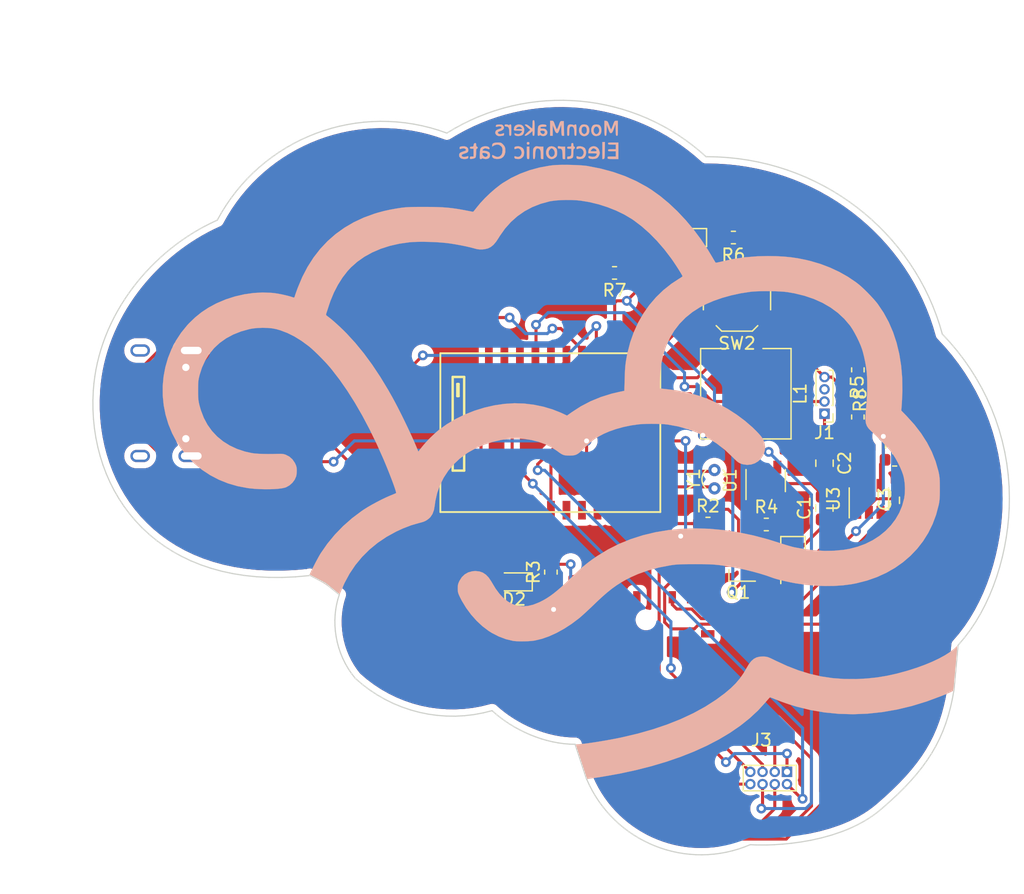
<source format=kicad_pcb>
(kicad_pcb (version 20171130) (host pcbnew "(5.1.4-0-10_14)")
  (layers (0 F.Cu signal) (31 B.Cu signal) (34 B.Paste user) (35 F.Paste user) (36 B.SilkS user hide) (37 F.SilkS user) (38 B.Mask user) (39 F.Mask user) (44 Edge.Cuts user))
  (net 0 "")
  (net 1 GND)
  (net 2 "Net-(C1-Pad1)")
  (net 3 VBUS)
  (net 4 "Net-(D2-Pad1)")
  (net 5 "Net-(D3-Pad1)")
  (net 6 "Net-(J2-PadS1)")
  (net 7 "Net-(J2-PadB5)")
  (net 8 "Net-(J2-PadA8)")
  (net 9 "Net-(J2-PadA5)")
  (net 10 "Net-(J2-PadB8)")
  (net 11 "Net-(Q1-Pad3)")
  (net 12 P0.26)
  (net 13 "Net-(R4-Pad2)")
  (net 14 "Net-(R5-Pad1)")
  (net 15 "Net-(R6-Pad1)")
  (net 16 "Net-(SW1-Pad1)")
  (net 17 "Net-(U1-Pad4)")
  (net 18 "Net-(U2-Pad35)")
  (net 19 "Net-(U2-Pad43)")
  (net 20 "Net-(U2-Pad41)")
  (net 21 "Net-(U2-Pad11)")
  (net 22 "Net-(U2-Pad13)")
  (net 23 "Net-(U2-Pad15)")
  (net 24 "Net-(U2-Pad18)")
  (net 25 "Net-(U2-Pad20)")
  (net 26 BOOT)
  (net 27 "Net-(U2-Pad30)")
  (net 28 "Net-(U2-Pad34)")
  (net 29 SW0)
  (net 30 +3V3)
  (net 31 /+BATT)
  (net 32 /LED)
  (net 33 /SWCLK)
  (net 34 /SWDIO)
  (net 35 /D+)
  (net 36 /D-)
  (net 37 /P0.20)
  (net 38 /P1.11)
  (net 39 /P1.09)
  (net 40 /P1.04)
  (net 41 /P0.13)
  (net 42 /P0.03)
  (net 43 "Net-(L1-Pad1)")
  (net 44 /RST)
  (net 45 /SWDCLK)
  (net 46 /PWDN)
  (net 47 /DRDY)
  (net 48 /SCK)
  (net 49 /START)
  (net 50 /CS)
  (net 51 /RSTB)
  (net 52 /TXD)
  (net 53 /RXD)
  (net 54 /MISO)
  (net 55 "Net-(U2-Pad38)")
  (net 56 /MOSI)
  (module CerebroInkscape (layer F.Cu) (at 118.1 93.7)
    (fp_text reference Ref** hide)
    (fp_text value Val** hide)
    (fp_line (start -19.757622 7.993985) (end -19.757604 7.994028) (layer Edge.Cuts) (width 0.1))
    (fp_line (start -18.470881 8.659243) (end -19.757622 7.993985) (layer Edge.Cuts) (width 0.1))
    (fp_line (start -17.333467 9.585566) (end -18.470881 8.659243) (layer Edge.Cuts) (width 0.1))
    (fp_line (start -17.457419 9.983103) (end -17.333467 9.585566) (layer Edge.Cuts) (width 0.1))
    (fp_line (start -17.556199 10.393993) (end -17.457419 9.983103) (layer Edge.Cuts) (width 0.1))
    (fp_line (start -17.629339 10.816253) (end -17.556199 10.393993) (layer Edge.Cuts) (width 0.1))
    (fp_line (start -17.676349 11.247903) (end -17.629339 10.816253) (layer Edge.Cuts) (width 0.1))
    (fp_line (start -17.696759 11.686965) (end -17.676349 11.247903) (layer Edge.Cuts) (width 0.1))
    (fp_line (start -17.690059 12.131459) (end -17.696759 11.686965) (layer Edge.Cuts) (width 0.1))
    (fp_line (start -17.655819 12.579403) (end -17.690059 12.131459) (layer Edge.Cuts) (width 0.1))
    (fp_line (start -17.593539 13.028818) (end -17.655819 12.579403) (layer Edge.Cuts) (width 0.1))
    (fp_line (start -17.502739 13.477724) (end -17.593539 13.028818) (layer Edge.Cuts) (width 0.1))
    (fp_line (start -17.382942 13.92414) (end -17.502739 13.477724) (layer Edge.Cuts) (width 0.1))
    (fp_line (start -17.233669 14.366087) (end -17.382942 13.92414) (layer Edge.Cuts) (width 0.1))
    (fp_line (start -17.054442 14.801585) (end -17.233669 14.366087) (layer Edge.Cuts) (width 0.1))
    (fp_line (start -16.84478 15.228653) (end -17.054442 14.801585) (layer Edge.Cuts) (width 0.1))
    (fp_line (start -16.604207 15.645311) (end -16.84478 15.228653) (layer Edge.Cuts) (width 0.1))
    (fp_line (start -16.332242 16.049581) (end -16.604207 15.645311) (layer Edge.Cuts) (width 0.1))
    (fp_line (start -16.028408 16.43948) (end -16.332242 16.049581) (layer Edge.Cuts) (width 0.1))
    (fp_line (start -15.448951 16.938149) (end -16.028408 16.43948) (layer Edge.Cuts) (width 0.1))
    (fp_line (start -14.843045 17.394852) (end -15.448951 16.938149) (layer Edge.Cuts) (width 0.1))
    (fp_line (start -14.212925 17.80906) (end -14.843045 17.394852) (layer Edge.Cuts) (width 0.1))
    (fp_line (start -13.560829 18.180242) (end -14.212925 17.80906) (layer Edge.Cuts) (width 0.1))
    (fp_line (start -12.88899 18.507874) (end -13.560829 18.180242) (layer Edge.Cuts) (width 0.1))
    (fp_line (start -12.199646 18.791424) (end -12.88899 18.507874) (layer Edge.Cuts) (width 0.1))
    (fp_line (start -11.495032 19.030363) (end -12.199646 18.791424) (layer Edge.Cuts) (width 0.1))
    (fp_line (start -10.777384 19.224166) (end -11.495032 19.030363) (layer Edge.Cuts) (width 0.1))
    (fp_line (start -10.048938 19.3723) (end -10.777384 19.224166) (layer Edge.Cuts) (width 0.1))
    (fp_line (start -9.31193 19.474238) (end -10.048938 19.3723) (layer Edge.Cuts) (width 0.1))
    (fp_line (start -8.568594 19.529448) (end -9.31193 19.474238) (layer Edge.Cuts) (width 0.1))
    (fp_line (start -7.821168 19.537447) (end -8.568594 19.529448) (layer Edge.Cuts) (width 0.1))
    (fp_line (start -7.071888 19.497628) (end -7.821168 19.537447) (layer Edge.Cuts) (width 0.1))
    (fp_line (start -6.322988 19.409498) (end -7.071888 19.497628) (layer Edge.Cuts) (width 0.1))
    (fp_line (start -5.576705 19.272526) (end -6.322988 19.409498) (layer Edge.Cuts) (width 0.1))
    (fp_line (start -4.835274 19.086187) (end -5.576705 19.272526) (layer Edge.Cuts) (width 0.1))
    (fp_line (start -4.498133 19.381172) (end -4.835274 19.086187) (layer Edge.Cuts) (width 0.1))
    (fp_line (start -4.142595 19.664557) (end -4.498133 19.381172) (layer Edge.Cuts) (width 0.1))
    (fp_line (start -3.770099 19.935316) (end -4.142595 19.664557) (layer Edge.Cuts) (width 0.1))
    (fp_line (start -3.382083 20.192424) (end -3.770099 19.935316) (layer Edge.Cuts) (width 0.1))
    (fp_line (start -2.979986 20.434855) (end -3.382083 20.192424) (layer Edge.Cuts) (width 0.1))
    (fp_line (start -2.565246 20.661583) (end -2.979986 20.434855) (layer Edge.Cuts) (width 0.1))
    (fp_line (start -2.139301 20.871586) (end -2.565246 20.661583) (layer Edge.Cuts) (width 0.1))
    (fp_line (start -1.703588 21.063834) (end -2.139301 20.871586) (layer Edge.Cuts) (width 0.1))
    (fp_line (start -1.259548 21.237306) (end -1.703588 21.063834) (layer Edge.Cuts) (width 0.1))
    (fp_line (start -0.808617 21.390974) (end -1.259548 21.237306) (layer Edge.Cuts) (width 0.1))
    (fp_line (start -0.352235 21.523815) (end -0.808617 21.390974) (layer Edge.Cuts) (width 0.1))
    (fp_line (start 0.108161 21.634802) (end -0.352235 21.523815) (layer Edge.Cuts) (width 0.1))
    (fp_line (start 0.571132 21.722912) (end 0.108161 21.634802) (layer Edge.Cuts) (width 0.1))
    (fp_line (start 1.035241 21.787112) (end 0.571132 21.722912) (layer Edge.Cuts) (width 0.1))
    (fp_line (start 1.499048 21.826382) (end 1.035241 21.787112) (layer Edge.Cuts) (width 0.1))
    (fp_line (start 1.961116 21.839702) (end 1.499048 21.826382) (layer Edge.Cuts) (width 0.1))
    (fp_line (start 2.887441 24.649743) (end 1.961116 21.839702) (layer Edge.Cuts) (width 0.1))
    (fp_line (start 2.923381 24.734374) (end 2.887441 24.649743) (layer Edge.Cuts) (width 0.1))
    (fp_line (start 3.142536 25.210053) (end 2.923381 24.734374) (layer Edge.Cuts) (width 0.1))
    (fp_line (start 3.382899 25.66912) (end 3.142536 25.210053) (layer Edge.Cuts) (width 0.1))
    (fp_line (start 3.643628 26.111241) (end 3.382899 25.66912) (layer Edge.Cuts) (width 0.1))
    (fp_line (start 3.923885 26.536081) (end 3.643628 26.111241) (layer Edge.Cuts) (width 0.1))
    (fp_line (start 4.222831 26.943305) (end 3.923885 26.536081) (layer Edge.Cuts) (width 0.1))
    (fp_line (start 4.539626 27.332579) (end 4.222831 26.943305) (layer Edge.Cuts) (width 0.1))
    (fp_line (start 4.873431 27.703567) (end 4.539626 27.332579) (layer Edge.Cuts) (width 0.1))
    (fp_line (start 5.223407 28.055937) (end 4.873431 27.703567) (layer Edge.Cuts) (width 0.1))
    (fp_line (start 5.588714 28.389353) (end 5.223407 28.055937) (layer Edge.Cuts) (width 0.1))
    (fp_line (start 5.968512 28.703482) (end 5.588714 28.389353) (layer Edge.Cuts) (width 0.1))
    (fp_line (start 6.361964 28.997985) (end 5.968512 28.703482) (layer Edge.Cuts) (width 0.1))
    (fp_line (start 6.768228 29.272533) (end 6.361964 28.997985) (layer Edge.Cuts) (width 0.1))
    (fp_line (start 7.186466 29.526787) (end 6.768228 29.272533) (layer Edge.Cuts) (width 0.1))
    (fp_line (start 7.615839 29.760415) (end 7.186466 29.526787) (layer Edge.Cuts) (width 0.1))
    (fp_line (start 8.055507 29.973081) (end 7.615839 29.760415) (layer Edge.Cuts) (width 0.1))
    (fp_line (start 8.50463 30.164451) (end 8.055507 29.973081) (layer Edge.Cuts) (width 0.1))
    (fp_line (start 8.96237 30.334192) (end 8.50463 30.164451) (layer Edge.Cuts) (width 0.1))
    (fp_line (start 9.427887 30.481966) (end 8.96237 30.334192) (layer Edge.Cuts) (width 0.1))
    (fp_line (start 9.900342 30.607441) (end 9.427887 30.481966) (layer Edge.Cuts) (width 0.1))
    (fp_line (start 10.378895 30.710282) (end 9.900342 30.607441) (layer Edge.Cuts) (width 0.1))
    (fp_line (start 10.862708 30.790152) (end 10.378895 30.710282) (layer Edge.Cuts) (width 0.1))
    (fp_line (start 11.35094 30.846722) (end 10.862708 30.790152) (layer Edge.Cuts) (width 0.1))
    (fp_line (start 11.842752 30.879652) (end 11.35094 30.846722) (layer Edge.Cuts) (width 0.1))
    (fp_line (start 12.337305 30.888652) (end 11.842752 30.879652) (layer Edge.Cuts) (width 0.1))
    (fp_line (start 12.83376 30.873302) (end 12.337305 30.888652) (layer Edge.Cuts) (width 0.1))
    (fp_line (start 13.331278 30.833312) (end 12.83376 30.873302) (layer Edge.Cuts) (width 0.1))
    (fp_line (start 13.829018 30.768341) (end 13.331278 30.833312) (layer Edge.Cuts) (width 0.1))
    (fp_line (start 14.326142 30.678061) (end 13.829018 30.768341) (layer Edge.Cuts) (width 0.1))
    (fp_line (start 14.82181 30.562137) (end 14.326142 30.678061) (layer Edge.Cuts) (width 0.1))
    (fp_line (start 15.315183 30.420234) (end 14.82181 30.562137) (layer Edge.Cuts) (width 0.1))
    (fp_line (start 15.805422 30.252015) (end 15.315183 30.420234) (layer Edge.Cuts) (width 0.1))
    (fp_line (start 16.291687 30.057149) (end 15.805422 30.252015) (layer Edge.Cuts) (width 0.1))
    (fp_line (start 16.753048 30.082399) (end 16.291687 30.057149) (layer Edge.Cuts) (width 0.1))
    (fp_line (start 17.664959 30.083399) (end 16.753048 30.082399) (layer Edge.Cuts) (width 0.1))
    (fp_line (start 18.258655 30.061289) (end 17.664959 30.083399) (layer Edge.Cuts) (width 0.1))
    (fp_line (start 18.927531 30.016879) (end 18.258655 30.061289) (layer Edge.Cuts) (width 0.1))
    (fp_line (start 19.659098 29.944738) (end 18.927531 30.016879) (layer Edge.Cuts) (width 0.1))
    (fp_line (start 20.440873 29.839464) (end 19.659098 29.944738) (layer Edge.Cuts) (width 0.1))
    (fp_line (start 21.260367 29.695633) (end 20.440873 29.839464) (layer Edge.Cuts) (width 0.1))
    (fp_line (start 22.105095 29.507832) (end 21.260367 29.695633) (layer Edge.Cuts) (width 0.1))
    (fp_line (start 22.962572 29.270642) (end 22.105095 29.507832) (layer Edge.Cuts) (width 0.1))
    (fp_line (start 23.820309 28.978647) (end 22.962572 29.270642) (layer Edge.Cuts) (width 0.1))
    (fp_line (start 24.245374 28.810405) (end 23.820309 28.978647) (layer Edge.Cuts) (width 0.1))
    (fp_line (start 24.665822 28.62643) (end 24.245374 28.810405) (layer Edge.Cuts) (width 0.1))
    (fp_line (start 25.080093 28.426045) (end 24.665822 28.62643) (layer Edge.Cuts) (width 0.1))
    (fp_line (start 25.486625 28.208573) (end 25.080093 28.426045) (layer Edge.Cuts) (width 0.1))
    (fp_line (start 25.883857 27.973339) (end 25.486625 28.208573) (layer Edge.Cuts) (width 0.1))
    (fp_line (start 26.27023 27.719664) (end 25.883857 27.973339) (layer Edge.Cuts) (width 0.1))
    (fp_line (start 26.644182 27.446869) (end 26.27023 27.719664) (layer Edge.Cuts) (width 0.1))
    (fp_line (start 27.004152 27.15428) (end 26.644182 27.446869) (layer Edge.Cuts) (width 0.1))
    (fp_line (start 27.683537 26.556306) (end 27.004152 27.15428) (layer Edge.Cuts) (width 0.1))
    (fp_line (start 28.313121 25.97117) (end 27.683537 26.556306) (layer Edge.Cuts) (width 0.1))
    (fp_line (start 28.894808 25.395781) (end 28.313121 25.97117) (layer Edge.Cuts) (width 0.1))
    (fp_line (start 29.430504 24.827038) (end 28.894808 25.395781) (layer Edge.Cuts) (width 0.1))
    (fp_line (start 29.922117 24.261848) (end 29.430504 24.827038) (layer Edge.Cuts) (width 0.1))
    (fp_line (start 30.371551 23.697113) (end 29.922117 24.261848) (layer Edge.Cuts) (width 0.1))
    (fp_line (start 30.780712 23.129736) (end 30.371551 23.697113) (layer Edge.Cuts) (width 0.1))
    (fp_line (start 31.151507 22.556623) (end 30.780712 23.129736) (layer Edge.Cuts) (width 0.1))
    (fp_line (start 31.485842 21.974676) (end 31.151507 22.556623) (layer Edge.Cuts) (width 0.1))
    (fp_line (start 31.785621 21.380799) (end 31.485842 21.974676) (layer Edge.Cuts) (width 0.1))
    (fp_line (start 32.052752 20.771895) (end 31.785621 21.380799) (layer Edge.Cuts) (width 0.1))
    (fp_line (start 32.289141 20.144869) (end 32.052752 20.771895) (layer Edge.Cuts) (width 0.1))
    (fp_line (start 32.496692 19.496625) (end 32.289141 20.144869) (layer Edge.Cuts) (width 0.1))
    (fp_line (start 32.677312 18.824066) (end 32.496692 19.496625) (layer Edge.Cuts) (width 0.1))
    (fp_line (start 32.832908 18.124094) (end 32.677312 18.824066) (layer Edge.Cuts) (width 0.1))
    (fp_line (start 32.965384 17.393614) (end 32.832908 18.124094) (layer Edge.Cuts) (width 0.1))
    (fp_line (start 33.300626 13.726834) (end 32.965384 17.393614) (layer Edge.Cuts) (width 0.1))
    (fp_line (start 33.815446 13.123928) (end 33.300626 13.726834) (layer Edge.Cuts) (width 0.1))
    (fp_line (start 34.295835 12.48588) (end 33.815446 13.123928) (layer Edge.Cuts) (width 0.1))
    (fp_line (start 34.741959 11.816014) (end 34.295835 12.48588) (layer Edge.Cuts) (width 0.1))
    (fp_line (start 35.153987 11.117654) (end 34.741959 11.816014) (layer Edge.Cuts) (width 0.1))
    (fp_line (start 35.532087 10.394125) (end 35.153987 11.117654) (layer Edge.Cuts) (width 0.1))
    (fp_line (start 35.876427 9.64875) (end 35.532087 10.394125) (layer Edge.Cuts) (width 0.1))
    (fp_line (start 36.187176 8.884858) (end 35.876427 9.64875) (layer Edge.Cuts) (width 0.1))
    (fp_line (start 36.4645 8.10577) (end 36.187176 8.884858) (layer Edge.Cuts) (width 0.1))
    (fp_line (start 36.708569 7.314811) (end 36.4645 8.10577) (layer Edge.Cuts) (width 0.1))
    (fp_line (start 36.91955 6.515307) (end 36.708569 7.314811) (layer Edge.Cuts) (width 0.1))
    (fp_line (start 37.097612 5.71058) (end 36.91955 6.515307) (layer Edge.Cuts) (width 0.1))
    (fp_line (start 37.242921 4.903958) (end 37.097612 5.71058) (layer Edge.Cuts) (width 0.1))
    (fp_line (start 37.355647 4.098764) (end 37.242921 4.903958) (layer Edge.Cuts) (width 0.1))
    (fp_line (start 37.435957 3.298323) (end 37.355647 4.098764) (layer Edge.Cuts) (width 0.1))
    (fp_line (start 37.484017 2.505958) (end 37.435957 3.298323) (layer Edge.Cuts) (width 0.1))
    (fp_line (start 37.499997 1.724995) (end 37.484017 2.505958) (layer Edge.Cuts) (width 0.1))
    (fp_line (start 37.475727 0.751652) (end 37.499997 1.724995) (layer Edge.Cuts) (width 0.1))
    (fp_line (start 37.403667 -0.209355) (end 37.475727 0.751652) (layer Edge.Cuts) (width 0.1))
    (fp_line (start 37.284949 -1.156915) (end 37.403667 -0.209355) (layer Edge.Cuts) (width 0.1))
    (fp_line (start 37.120705 -2.089917) (end 37.284949 -1.156915) (layer Edge.Cuts) (width 0.1))
    (fp_line (start 36.912066 -3.007251) (end 37.120705 -2.089917) (layer Edge.Cuts) (width 0.1))
    (fp_line (start 36.660164 -3.907806) (end 36.912066 -3.007251) (layer Edge.Cuts) (width 0.1))
    (fp_line (start 36.366131 -4.790471) (end 36.660164 -3.907806) (layer Edge.Cuts) (width 0.1))
    (fp_line (start 36.031097 -5.654137) (end 36.366131 -4.790471) (layer Edge.Cuts) (width 0.1))
    (fp_line (start 35.656196 -6.497692) (end 36.031097 -5.654137) (layer Edge.Cuts) (width 0.1))
    (fp_line (start 35.242557 -7.320027) (end 35.656196 -6.497692) (layer Edge.Cuts) (width 0.1))
    (fp_line (start 34.791314 -8.120031) (end 35.242557 -7.320027) (layer Edge.Cuts) (width 0.1))
    (fp_line (start 34.303596 -8.896593) (end 34.791314 -8.120031) (layer Edge.Cuts) (width 0.1))
    (fp_line (start 33.780536 -9.648602) (end 34.303596 -8.896593) (layer Edge.Cuts) (width 0.1))
    (fp_line (start 33.223266 -10.374949) (end 33.780536 -9.648602) (layer Edge.Cuts) (width 0.1))
    (fp_line (start 32.632916 -11.074523) (end 33.223266 -10.374949) (layer Edge.Cuts) (width 0.1))
    (fp_line (start 32.010619 -11.746214) (end 32.632916 -11.074523) (layer Edge.Cuts) (width 0.1))
    (fp_line (start 31.782834 -12.523486) (end 32.010619 -11.746214) (layer Edge.Cuts) (width 0.1))
    (fp_line (start 31.523502 -13.287154) (end 31.782834 -12.523486) (layer Edge.Cuts) (width 0.1))
    (fp_line (start 31.233364 -14.036492) (end 31.523502 -13.287154) (layer Edge.Cuts) (width 0.1))
    (fp_line (start 30.913159 -14.770776) (end 31.233364 -14.036492) (layer Edge.Cuts) (width 0.1))
    (fp_line (start 30.563628 -15.489277) (end 30.913159 -14.770776) (layer Edge.Cuts) (width 0.1))
    (fp_line (start 30.185511 -16.191271) (end 30.563628 -15.489277) (layer Edge.Cuts) (width 0.1))
    (fp_line (start 29.779548 -16.876031) (end 30.185511 -16.191271) (layer Edge.Cuts) (width 0.1))
    (fp_line (start 29.34648 -17.542831) (end 29.779548 -16.876031) (layer Edge.Cuts) (width 0.1))
    (fp_line (start 28.887045 -18.190945) (end 29.34648 -17.542831) (layer Edge.Cuts) (width 0.1))
    (fp_line (start 28.401985 -18.819647) (end 28.887045 -18.190945) (layer Edge.Cuts) (width 0.1))
    (fp_line (start 27.89204 -19.428211) (end 28.401985 -18.819647) (layer Edge.Cuts) (width 0.1))
    (fp_line (start 27.35795 -20.015911) (end 27.89204 -19.428211) (layer Edge.Cuts) (width 0.1))
    (fp_line (start 26.800454 -20.58202) (end 27.35795 -20.015911) (layer Edge.Cuts) (width 0.1))
    (fp_line (start 26.220294 -21.125813) (end 26.800454 -20.58202) (layer Edge.Cuts) (width 0.1))
    (fp_line (start 25.618209 -21.646564) (end 26.220294 -21.125813) (layer Edge.Cuts) (width 0.1))
    (fp_line (start 24.994939 -22.143545) (end 25.618209 -21.646564) (layer Edge.Cuts) (width 0.1))
    (fp_line (start 24.351225 -22.616032) (end 24.994939 -22.143545) (layer Edge.Cuts) (width 0.1))
    (fp_line (start 23.687806 -23.063298) (end 24.351225 -22.616032) (layer Edge.Cuts) (width 0.1))
    (fp_line (start 23.005424 -23.484617) (end 23.687806 -23.063298) (layer Edge.Cuts) (width 0.1))
    (fp_line (start 22.304817 -23.879264) (end 23.005424 -23.484617) (layer Edge.Cuts) (width 0.1))
    (fp_line (start 21.586727 -24.246511) (end 22.304817 -23.879264) (layer Edge.Cuts) (width 0.1))
    (fp_line (start 20.851893 -24.585632) (end 21.586727 -24.246511) (layer Edge.Cuts) (width 0.1))
    (fp_line (start 20.101055 -24.895903) (end 20.851893 -24.585632) (layer Edge.Cuts) (width 0.1))
    (fp_line (start 19.334954 -25.176596) (end 20.101055 -24.895903) (layer Edge.Cuts) (width 0.1))
    (fp_line (start 18.55433 -25.426986) (end 19.334954 -25.176596) (layer Edge.Cuts) (width 0.1))
    (fp_line (start 17.759922 -25.646347) (end 18.55433 -25.426986) (layer Edge.Cuts) (width 0.1))
    (fp_line (start 16.952472 -25.833951) (end 17.759922 -25.646347) (layer Edge.Cuts) (width 0.1))
    (fp_line (start 16.132719 -25.989074) (end 16.952472 -25.833951) (layer Edge.Cuts) (width 0.1))
    (fp_line (start 15.301403 -26.110989) (end 16.132719 -25.989074) (layer Edge.Cuts) (width 0.1))
    (fp_line (start 14.459265 -26.19897) (end 15.301403 -26.110989) (layer Edge.Cuts) (width 0.1))
    (fp_line (start 13.607045 -26.252291) (end 14.459265 -26.19897) (layer Edge.Cuts) (width 0.1))
    (fp_line (start 12.745482 -26.270226) (end 13.607045 -26.252291) (layer Edge.Cuts) (width 0.1))
    (fp_line (start 12.675872 -26.270226) (end 12.745482 -26.270226) (layer Edge.Cuts) (width 0.1))
    (fp_line (start 12.121136 -26.757844) (end 12.675872 -26.270226) (layer Edge.Cuts) (width 0.1))
    (fp_line (start 11.550577 -27.218707) (end 12.121136 -26.757844) (layer Edge.Cuts) (width 0.1))
    (fp_line (start 10.965081 -27.652734) (end 11.550577 -27.218707) (layer Edge.Cuts) (width 0.1))
    (fp_line (start 10.365533 -28.059844) (end 10.965081 -27.652734) (layer Edge.Cuts) (width 0.1))
    (fp_line (start 9.752817 -28.439957) (end 10.365533 -28.059844) (layer Edge.Cuts) (width 0.1))
    (fp_line (start 9.127818 -28.792991) (end 9.752817 -28.439957) (layer Edge.Cuts) (width 0.1))
    (fp_line (start 8.491421 -29.118867) (end 9.127818 -28.792991) (layer Edge.Cuts) (width 0.1))
    (fp_line (start 7.844512 -29.417503) (end 8.491421 -29.118867) (layer Edge.Cuts) (width 0.1))
    (fp_line (start 7.187974 -29.688819) (end 7.844512 -29.417503) (layer Edge.Cuts) (width 0.1))
    (fp_line (start 6.522693 -29.932735) (end 7.187974 -29.688819) (layer Edge.Cuts) (width 0.1))
    (fp_line (start 5.849555 -30.149169) (end 6.522693 -29.932735) (layer Edge.Cuts) (width 0.1))
    (fp_line (start 5.169443 -30.338042) (end 5.849555 -30.149169) (layer Edge.Cuts) (width 0.1))
    (fp_line (start 4.483242 -30.499272) (end 5.169443 -30.338042) (layer Edge.Cuts) (width 0.1))
    (fp_line (start 3.791838 -30.632778) (end 4.483242 -30.499272) (layer Edge.Cuts) (width 0.1))
    (fp_line (start 3.096116 -30.738481) (end 3.791838 -30.632778) (layer Edge.Cuts) (width 0.1))
    (fp_line (start 2.39696 -30.816299) (end 3.096116 -30.738481) (layer Edge.Cuts) (width 0.1))
    (fp_line (start 1.695256 -30.866151) (end 2.39696 -30.816299) (layer Edge.Cuts) (width 0.1))
    (fp_line (start 0.991887 -30.887958) (end 1.695256 -30.866151) (layer Edge.Cuts) (width 0.1))
    (fp_line (start 0.28774 -30.881639) (end 0.991887 -30.887958) (layer Edge.Cuts) (width 0.1))
    (fp_line (start -0.416301 -30.847112) (end 0.28774 -30.881639) (layer Edge.Cuts) (width 0.1))
    (fp_line (start -1.119351 -30.784297) (end -0.416301 -30.847112) (layer Edge.Cuts) (width 0.1))
    (fp_line (start -1.820526 -30.693114) (end -1.119351 -30.784297) (layer Edge.Cuts) (width 0.1))
    (fp_line (start -2.518939 -30.573482) (end -1.820526 -30.693114) (layer Edge.Cuts) (width 0.1))
    (fp_line (start -3.213707 -30.42532) (end -2.518939 -30.573482) (layer Edge.Cuts) (width 0.1))
    (fp_line (start -3.903944 -30.248548) (end -3.213707 -30.42532) (layer Edge.Cuts) (width 0.1))
    (fp_line (start -4.588765 -30.043085) (end -3.903944 -30.248548) (layer Edge.Cuts) (width 0.1))
    (fp_line (start -5.267286 -29.80885) (end -4.588765 -30.043085) (layer Edge.Cuts) (width 0.1))
    (fp_line (start -5.938622 -29.545762) (end -5.267286 -29.80885) (layer Edge.Cuts) (width 0.1))
    (fp_line (start -6.601888 -29.253742) (end -5.938622 -29.545762) (layer Edge.Cuts) (width 0.1))
    (fp_line (start -7.256198 -28.932708) (end -6.601888 -29.253742) (layer Edge.Cuts) (width 0.1))
    (fp_line (start -7.900668 -28.58258) (end -7.256198 -28.932708) (layer Edge.Cuts) (width 0.1))
    (fp_line (start -8.534413 -28.203276) (end -7.900668 -28.58258) (layer Edge.Cuts) (width 0.1))
    (fp_line (start -9.208362 -28.436915) (end -8.534413 -28.203276) (layer Edge.Cuts) (width 0.1))
    (fp_line (start -9.886436 -28.637417) (end -9.208362 -28.436915) (layer Edge.Cuts) (width 0.1))
    (fp_line (start -10.567663 -28.805151) (end -9.886436 -28.637417) (layer Edge.Cuts) (width 0.1))
    (fp_line (start -11.251068 -28.940486) (end -10.567663 -28.805151) (layer Edge.Cuts) (width 0.1))
    (fp_line (start -11.935679 -29.043791) (end -11.251068 -28.940486) (layer Edge.Cuts) (width 0.1))
    (fp_line (start -12.620522 -29.115436) (end -11.935679 -29.043791) (layer Edge.Cuts) (width 0.1))
    (fp_line (start -13.304625 -29.15579) (end -12.620522 -29.115436) (layer Edge.Cuts) (width 0.1))
    (fp_line (start -13.987014 -29.16522) (end -13.304625 -29.15579) (layer Edge.Cuts) (width 0.1))
    (fp_line (start -14.666716 -29.144099) (end -13.987014 -29.16522) (layer Edge.Cuts) (width 0.1))
    (fp_line (start -15.342757 -29.092794) (end -14.666716 -29.144099) (layer Edge.Cuts) (width 0.1))
    (fp_line (start -16.014165 -29.011675) (end -15.342757 -29.092794) (layer Edge.Cuts) (width 0.1))
    (fp_line (start -16.679966 -28.901111) (end -16.014165 -29.011675) (layer Edge.Cuts) (width 0.1))
    (fp_line (start -17.339188 -28.76147) (end -16.679966 -28.901111) (layer Edge.Cuts) (width 0.1))
    (fp_line (start -17.990856 -28.593123) (end -17.339188 -28.76147) (layer Edge.Cuts) (width 0.1))
    (fp_line (start -18.633999 -28.396438) (end -17.990856 -28.593123) (layer Edge.Cuts) (width 0.1))
    (fp_line (start -19.267642 -28.171785) (end -18.633999 -28.396438) (layer Edge.Cuts) (width 0.1))
    (fp_line (start -19.890812 -27.919533) (end -19.267642 -28.171785) (layer Edge.Cuts) (width 0.1))
    (fp_line (start -20.502536 -27.64005) (end -19.890812 -27.919533) (layer Edge.Cuts) (width 0.1))
    (fp_line (start -21.101842 -27.333707) (end -20.502536 -27.64005) (layer Edge.Cuts) (width 0.1))
    (fp_line (start -21.687755 -27.000873) (end -21.101842 -27.333707) (layer Edge.Cuts) (width 0.1))
    (fp_line (start -22.259304 -26.641916) (end -21.687755 -27.000873) (layer Edge.Cuts) (width 0.1))
    (fp_line (start -22.815513 -26.257206) (end -22.259304 -26.641916) (layer Edge.Cuts) (width 0.1))
    (fp_line (start -23.355411 -25.847112) (end -22.815513 -26.257206) (layer Edge.Cuts) (width 0.1))
    (fp_line (start -23.878024 -25.412003) (end -23.355411 -25.847112) (layer Edge.Cuts) (width 0.1))
    (fp_line (start -24.382379 -24.952249) (end -23.878024 -25.412003) (layer Edge.Cuts) (width 0.1))
    (fp_line (start -24.867503 -24.468219) (end -24.382379 -24.952249) (layer Edge.Cuts) (width 0.1))
    (fp_line (start -25.332422 -23.960281) (end -24.867503 -24.468219) (layer Edge.Cuts) (width 0.1))
    (fp_line (start -25.776164 -23.428806) (end -25.332422 -23.960281) (layer Edge.Cuts) (width 0.1))
    (fp_line (start -26.197754 -22.874162) (end -25.776164 -23.428806) (layer Edge.Cuts) (width 0.1))
    (fp_line (start -26.596221 -22.296719) (end -26.197754 -22.874162) (layer Edge.Cuts) (width 0.1))
    (fp_line (start -26.970591 -21.696845) (end -26.596221 -22.296719) (layer Edge.Cuts) (width 0.1))
    (fp_line (start -27.31989 -21.07491) (end -26.970591 -21.696845) (layer Edge.Cuts) (width 0.1))
    (fp_line (start -27.816666 -20.844016) (end -27.31989 -21.07491) (layer Edge.Cuts) (width 0.1))
    (fp_line (start -28.307499 -20.59584) (end -27.816666 -20.844016) (layer Edge.Cuts) (width 0.1))
    (fp_line (start -28.791823 -20.330786) (end -28.307499 -20.59584) (layer Edge.Cuts) (width 0.1))
    (fp_line (start -29.269073 -20.049259) (end -28.791823 -20.330786) (layer Edge.Cuts) (width 0.1))
    (fp_line (start -29.738683 -19.751663) (end -29.269073 -20.049259) (layer Edge.Cuts) (width 0.1))
    (fp_line (start -30.200089 -19.438403) (end -29.738683 -19.751663) (layer Edge.Cuts) (width 0.1))
    (fp_line (start -30.652725 -19.109883) (end -30.200089 -19.438403) (layer Edge.Cuts) (width 0.1))
    (fp_line (start -31.096026 -18.766507) (end -30.652725 -19.109883) (layer Edge.Cuts) (width 0.1))
    (fp_line (start -31.529426 -18.408682) (end -31.096026 -18.766507) (layer Edge.Cuts) (width 0.1))
    (fp_line (start -31.952361 -18.036807) (end -31.529426 -18.408682) (layer Edge.Cuts) (width 0.1))
    (fp_line (start -32.364264 -17.651292) (end -31.952361 -18.036807) (layer Edge.Cuts) (width 0.1))
    (fp_line (start -32.76457 -17.252539) (end -32.364264 -17.651292) (layer Edge.Cuts) (width 0.1))
    (fp_line (start -33.152715 -16.840953) (end -32.76457 -17.252539) (layer Edge.Cuts) (width 0.1))
    (fp_line (start -33.528132 -16.416939) (end -33.152715 -16.840953) (layer Edge.Cuts) (width 0.1))
    (fp_line (start -33.890257 -15.980899) (end -33.528132 -16.416939) (layer Edge.Cuts) (width 0.1))
    (fp_line (start -34.238523 -15.53324) (end -33.890257 -15.980899) (layer Edge.Cuts) (width 0.1))
    (fp_line (start -34.572367 -15.074366) (end -34.238523 -15.53324) (layer Edge.Cuts) (width 0.1))
    (fp_line (start -34.891222 -14.60468) (end -34.572367 -15.074366) (layer Edge.Cuts) (width 0.1))
    (fp_line (start -35.194523 -14.124588) (end -34.891222 -14.60468) (layer Edge.Cuts) (width 0.1))
    (fp_line (start -35.481705 -13.634494) (end -35.194523 -14.124588) (layer Edge.Cuts) (width 0.1))
    (fp_line (start -35.752202 -13.134803) (end -35.481705 -13.634494) (layer Edge.Cuts) (width 0.1))
    (fp_line (start -36.005449 -12.625918) (end -35.752202 -13.134803) (layer Edge.Cuts) (width 0.1))
    (fp_line (start -36.240881 -12.108244) (end -36.005449 -12.625918) (layer Edge.Cuts) (width 0.1))
    (fp_line (start -36.457933 -11.582186) (end -36.240881 -12.108244) (layer Edge.Cuts) (width 0.1))
    (fp_line (start -36.656039 -11.048148) (end -36.457933 -11.582186) (layer Edge.Cuts) (width 0.1))
    (fp_line (start -36.834633 -10.506535) (end -36.656039 -11.048148) (layer Edge.Cuts) (width 0.1))
    (fp_line (start -36.993151 -9.957751) (end -36.834633 -10.506535) (layer Edge.Cuts) (width 0.1))
    (fp_line (start -37.131027 -9.402201) (end -36.993151 -9.957751) (layer Edge.Cuts) (width 0.1))
    (fp_line (start -37.247696 -8.840288) (end -37.131027 -9.402201) (layer Edge.Cuts) (width 0.1))
    (fp_line (start -37.342592 -8.272418) (end -37.247696 -8.840288) (layer Edge.Cuts) (width 0.1))
    (fp_line (start -37.415151 -7.698994) (end -37.342592 -8.272418) (layer Edge.Cuts) (width 0.1))
    (fp_line (start -37.464806 -7.120423) (end -37.415151 -7.698994) (layer Edge.Cuts) (width 0.1))
    (fp_line (start -37.497441 -6.336504) (end -37.464806 -7.120423) (layer Edge.Cuts) (width 0.1))
    (fp_line (start -37.492527 -5.555458) (end -37.497441 -6.336504) (layer Edge.Cuts) (width 0.1))
    (fp_line (start -37.450045 -4.778999) (end -37.492527 -5.555458) (layer Edge.Cuts) (width 0.1))
    (fp_line (start -37.369972 -4.008845) (end -37.450045 -4.778999) (layer Edge.Cuts) (width 0.1))
    (fp_line (start -37.252288 -3.246711) (end -37.369972 -4.008845) (layer Edge.Cuts) (width 0.1))
    (fp_line (start -37.096972 -2.494315) (end -37.252288 -3.246711) (layer Edge.Cuts) (width 0.1))
    (fp_line (start -36.904002 -1.753372) (end -37.096972 -2.494315) (layer Edge.Cuts) (width 0.1))
    (fp_line (start -36.673358 -1.0256) (end -36.904002 -1.753372) (layer Edge.Cuts) (width 0.1))
    (fp_line (start -36.405018 -0.312715) (end -36.673358 -1.0256) (layer Edge.Cuts) (width 0.1))
    (fp_line (start -36.098962 0.383566) (end -36.405018 -0.312715) (layer Edge.Cuts) (width 0.1))
    (fp_line (start -35.755167 1.061527) (end -36.098962 0.383566) (layer Edge.Cuts) (width 0.1))
    (fp_line (start -35.373615 1.719451) (end -35.755167 1.061527) (layer Edge.Cuts) (width 0.1))
    (fp_line (start -34.954282 2.355622) (end -35.373615 1.719451) (layer Edge.Cuts) (width 0.1))
    (fp_line (start -34.497149 2.968322) (end -34.954282 2.355622) (layer Edge.Cuts) (width 0.1))
    (fp_line (start -34.002194 3.555837) (end -34.497149 2.968322) (layer Edge.Cuts) (width 0.1))
    (fp_line (start -33.469396 4.116447) (end -34.002194 3.555837) (layer Edge.Cuts) (width 0.1))
    (fp_line (start -32.898734 4.64844) (end -33.469396 4.116447) (layer Edge.Cuts) (width 0.1))
    (fp_line (start -32.290187 5.150095) (end -32.898734 4.64844) (layer Edge.Cuts) (width 0.1))
    (fp_line (start -31.643734 5.619698) (end -32.290187 5.150095) (layer Edge.Cuts) (width 0.1))
    (fp_line (start -30.959353 6.055531) (end -31.643734 5.619698) (layer Edge.Cuts) (width 0.1))
    (fp_line (start -30.237025 6.455877) (end -30.959353 6.055531) (layer Edge.Cuts) (width 0.1))
    (fp_line (start -29.476727 6.819023) (end -30.237025 6.455877) (layer Edge.Cuts) (width 0.1))
    (fp_line (start -28.678439 7.143248) (end -29.476727 6.819023) (layer Edge.Cuts) (width 0.1))
    (fp_line (start -27.842139 7.426839) (end -28.678439 7.143248) (layer Edge.Cuts) (width 0.1))
    (fp_line (start -26.967807 7.668077) (end -27.842139 7.426839) (layer Edge.Cuts) (width 0.1))
    (fp_line (start -26.055421 7.865246) (end -26.967807 7.668077) (layer Edge.Cuts) (width 0.1))
    (fp_line (start -25.104961 8.01663) (end -26.055421 7.865246) (layer Edge.Cuts) (width 0.1))
    (fp_line (start -24.116405 8.120539) (end -25.104961 8.01663) (layer Edge.Cuts) (width 0.1))
    (fp_line (start -23.089733 8.1752) (end -24.116405 8.120539) (layer Edge.Cuts) (width 0.1))
    (fp_line (start -22.024922 8.178899) (end -23.089733 8.1752) (layer Edge.Cuts) (width 0.1))
    (fp_line (start -20.921953 8.12998) (end -22.024922 8.178899) (layer Edge.Cuts) (width 0.1))
    (fp_line (start -19.780804 8.026688) (end -20.921953 8.12998) (layer Edge.Cuts) (width 0.1))
    (fp_line (start -19.757604 7.994028) (end -19.780804 8.026688) (layer Edge.Cuts) (width 0.1))
  )
  (module Crystal:Crystal_Round_D1.0mm_Vertical (layer F.Cu) (at 131.4665 94.5861 90)
    (fp_text reference Y1 (at 0.75 -1.7 90) (layer F.SilkS))
    (fp_text value 32Khz)
    (pad 2 thru_hole circle (at 1.5 0 90) (size 1 1) (drill 0.5) (layers *.Cu *.Mask) (net 22 "Net-(U2-Pad13)"))
    (pad 1 thru_hole circle (at 0 0 90) (size 1 1) (drill 0.5) (layers *.Cu *.Mask) (net 21 "Net-(U2-Pad11)"))
  )
  (module Package_TO_SOT_SMD:SOT-23-5 (layer F.Cu) (at 144.103 95.4483 90)
    (fp_text reference U3 (at 0 -2.9 90) (layer F.SilkS))
    (fp_text value MCP73831-2-OT)
    (pad 5 smd rect (at 1.1 -0.95 90) (size 1.06 0.65) (layers F.Cu F.Paste F.Mask) (net 14 "Net-(R5-Pad1)"))
    (pad 4 smd rect (at 1.1 0.95 90) (size 1.06 0.65) (layers F.Cu F.Paste F.Mask) (net 3 VBUS))
    (pad 3 smd rect (at -1.1 0.95 90) (size 1.06 0.65) (layers F.Cu F.Paste F.Mask) (net 31 /+BATT))
    (pad 2 smd rect (at -1.1 0 90) (size 1.06 0.65) (layers F.Cu F.Paste F.Mask) (net 1 GND))
    (pad 1 smd rect (at -1.1 -0.95 90) (size 1.06 0.65) (layers F.Cu F.Paste F.Mask) (net 15 "Net-(R6-Pad1)"))
  )
  (module nrfmicro:E73-2G4M08S1C (layer F.Cu) (at 118.1439 90.0234 90)
    (fp_text reference U2 (at 0.35 2.54 90) (layer F.SilkS))
    (fp_text value E73-2G4M08S1C-52840)
    (pad 26 smd rect (at 6.35 6.29 90) (size 1.524 0.635) (layers F.Cu F.Paste F.Mask) (net 44 /RST))
    (pad 27 smd rect (at 6.35 5.02 90) (size 1.524 0.635) (layers F.Cu F.Paste F.Mask) (net 3 VBUS))
    (pad 29 smd rect (at 6.35 3.75 90) (size 1.524 0.635) (layers F.Cu F.Paste F.Mask) (net 36 /D-))
    (pad 31 smd rect (at 6.35 2.48 90) (size 1.524 0.635) (layers F.Cu F.Paste F.Mask) (net 35 /D+))
    (pad 33 smd rect (at 6.35 1.21 90) (size 1.524 0.635) (layers F.Cu F.Paste F.Mask) (net 41 /P0.13))
    (pad 35 smd rect (at 6.35 -0.06 90) (size 1.524 0.635) (layers F.Cu F.Paste F.Mask) (net 18 "Net-(U2-Pad35)"))
    (pad 37 smd rect (at 6.35 -1.33 90) (size 1.524 0.635) (layers F.Cu F.Paste F.Mask) (net 34 /SWDIO))
    (pad 39 smd rect (at 6.35 -2.6 90) (size 1.524 0.635) (layers F.Cu F.Paste F.Mask) (net 45 /SWDCLK))
    (pad 43 smd rect (at 6.35 -5.14 90) (size 1.524 0.635) (layers F.Cu F.Paste F.Mask) (net 19 "Net-(U2-Pad43)"))
    (pad 41 smd rect (at 6.35 -3.87 90) (size 1.524 0.635) (layers F.Cu F.Paste F.Mask) (net 20 "Net-(U2-Pad41)"))
    (pad 10 smd rect (at -6.35 6.29 90) (size 1.524 0.635) (layers F.Cu F.Paste F.Mask) (net 46 /PWDN))
    (pad 9 smd rect (at -6.35 5.02 90) (size 1.524 0.635) (layers F.Cu F.Paste F.Mask) (net 47 /DRDY))
    (pad 6 smd rect (at -6.35 1.21 90) (size 1.524 0.635) (layers F.Cu F.Paste F.Mask) (net 48 /SCK))
    (pad 8 smd rect (at -6.35 3.75 90) (size 1.524 0.635) (layers F.Cu F.Paste F.Mask) (net 49 /START))
    (pad 7 smd rect (at -6.35 2.48 90) (size 1.524 0.635) (layers F.Cu F.Paste F.Mask) (net 50 /CS))
    (pad 5 smd rect (at -6.35 -0.06 90) (size 1.524 0.635) (layers F.Cu F.Paste F.Mask) (net 1 GND))
    (pad 4 smd rect (at -6.35 -1.33 90) (size 1.524 0.635) (layers F.Cu F.Paste F.Mask) (net 51 /RSTB))
    (pad 3 smd rect (at -6.35 -2.6 90) (size 1.524 0.635) (layers F.Cu F.Paste F.Mask) (net 42 /P0.03))
    (pad 1 smd rect (at -6.35 -5.14 90) (size 1.524 0.635) (layers F.Cu F.Paste F.Mask) (net 38 /P1.11))
    (pad 2 smd rect (at -6.35 -3.87 90) (size 1.524 0.635) (layers F.Cu F.Paste F.Mask) (net 32 /LED))
    (pad 11 smd rect (at -4.44 8.75 180) (size 1.524 0.635) (layers F.Cu F.Paste F.Mask) (net 21 "Net-(U2-Pad11)"))
    (pad 13 smd rect (at -3.17 8.75 180) (size 1.524 0.635) (layers F.Cu F.Paste F.Mask) (net 22 "Net-(U2-Pad13)"))
    (pad 15 smd rect (at -1.9 8.75 180) (size 1.524 0.635) (layers F.Cu F.Paste F.Mask) (net 23 "Net-(U2-Pad15)"))
    (pad 17 smd rect (at -0.63 8.75 180) (size 1.524 0.635) (layers F.Cu F.Paste F.Mask) (net 39 /P1.09))
    (pad 19 smd rect (at 0.64 8.75 180) (size 1.524 0.635) (layers F.Cu F.Paste F.Mask) (net 30 +3V3))
    (pad 21 smd rect (at 1.91 8.75 180) (size 1.524 0.635) (layers F.Cu F.Paste F.Mask) (net 1 GND))
    (pad 23 smd rect (at 3.18 8.75 180) (size 1.524 0.635) (layers F.Cu F.Paste F.Mask) (net 30 +3V3))
    (pad 25 smd rect (at 4.45 8.75 180) (size 1.524 0.635) (layers F.Cu F.Paste F.Mask) (net 43 "Net-(L1-Pad1)"))
    (pad 12 smd rect (at -3.81 6.33 180) (size 1.524 0.635) (layers F.Cu F.Paste F.Mask) (net 12 P0.26))
    (pad 14 smd rect (at -2.54 6.33 180) (size 1.524 0.635) (layers F.Cu F.Paste F.Mask) (net 52 /TXD))
    (pad 16 smd rect (at -1.27 6.33 180) (size 1.524 0.635) (layers F.Cu F.Paste F.Mask) (net 53 /RXD))
    (pad 18 smd rect (at 0 6.33 180) (size 1.524 0.635) (layers F.Cu F.Paste F.Mask) (net 24 "Net-(U2-Pad18)"))
    (pad 20 smd rect (at 1.27 6.33 180) (size 1.524 0.635) (layers F.Cu F.Paste F.Mask) (net 25 "Net-(U2-Pad20)"))
    (pad 22 smd rect (at 2.54 6.33 180) (size 1.524 0.635) (layers F.Cu F.Paste F.Mask) (net 26 BOOT))
    (pad 24 smd rect (at 3.81 6.33 180) (size 1.524 0.635) (layers F.Cu F.Paste F.Mask) (net 1 GND))
    (pad 28 smd rect (at 3.969 4.385 270) (size 1.524 0.635) (layers F.Cu F.Paste F.Mask) (net 54 /MISO))
    (pad 30 smd rect (at 3.969 3.115 270) (size 1.524 0.635) (layers F.Cu F.Paste F.Mask) (net 27 "Net-(U2-Pad30)"))
    (pad 32 smd rect (at 3.969 1.845 270) (size 1.524 0.635) (layers F.Cu F.Paste F.Mask) (net 37 /P0.20))
    (pad 34 smd rect (at 3.969 0.575 270) (size 1.524 0.635) (layers F.Cu F.Paste F.Mask) (net 28 "Net-(U2-Pad34)"))
    (pad 36 smd rect (at 3.969 -0.695 270) (size 1.524 0.635) (layers F.Cu F.Paste F.Mask) (net 29 SW0))
    (pad 38 smd rect (at 3.969 -1.965 270) (size 1.524 0.635) (layers F.Cu F.Paste F.Mask) (net 55 "Net-(U2-Pad38)"))
    (pad 40 smd rect (at 3.969 -3.235 270) (size 1.524 0.635) (layers F.Cu F.Paste F.Mask) (net 40 /P1.04))
    (pad 42 smd rect (at 3.969 -4.505 270) (size 1.524 0.635) (layers F.Cu F.Paste F.Mask) (net 56 /MOSI))
  )
  (module Package_TO_SOT_SMD:SOT-23-5 (layer F.Cu) (at 135.6575 93.9497 90)
    (fp_text reference U1 (at 0 -2.9 90) (layer F.SilkS))
    (fp_text value AP2112K-3.3)
    (pad 5 smd rect (at 1.1 -0.95 90) (size 1.06 0.65) (layers F.Cu F.Paste F.Mask) (net 30 +3V3))
    (pad 4 smd rect (at 1.1 0.95 90) (size 1.06 0.65) (layers F.Cu F.Paste F.Mask) (net 17 "Net-(U1-Pad4)"))
    (pad 3 smd rect (at -1.1 0.95 90) (size 1.06 0.65) (layers F.Cu F.Paste F.Mask) (net 13 "Net-(R4-Pad2)"))
    (pad 2 smd rect (at -1.1 0 90) (size 1.06 0.65) (layers F.Cu F.Paste F.Mask) (net 1 GND))
    (pad 1 smd rect (at -1.1 -0.95 90) (size 1.06 0.65) (layers F.Cu F.Paste F.Mask) (net 2 "Net-(C1-Pad1)"))
  )
  (module Button_Switch_SMD:SW_SPST_TL3342 (layer F.Cu) (at 133.308 78.9637 180)
    (fp_text reference SW2 (at 0 -3.75) (layer F.SilkS))
    (fp_text value RESET)
    (pad 2 smd rect (at 3.15 1.9 180) (size 1.7 1) (layers F.Cu F.Paste F.Mask) (net 1 GND))
    (pad 2 smd rect (at -3.15 1.9 180) (size 1.7 1) (layers F.Cu F.Paste F.Mask) (net 1 GND))
    (pad 1 smd rect (at 3.15 -1.9 180) (size 1.7 1) (layers F.Cu F.Paste F.Mask) (net 1 GND))
    (pad 1 smd rect (at -3.15 -1.9 180) (size 1.7 1) (layers F.Cu F.Paste F.Mask) (net 1 GND))
  )
  (module nrfmicro:switch_MSK-12C02_smd (layer F.Cu) (at 127.3136 106.7005 90)
    (fp_text reference SW1)
    (fp_text value Switch_SW_SPDT)
    (pad "" smd rect (at 2.493 3.6 180) (size 1 0.6) (layers F.Cu F.Paste F.Mask))
    (pad "" smd rect (at 0.207 3.6 180) (size 1.1 0.6) (layers F.Cu F.Paste F.Mask))
    (pad "" smd rect (at 2.493 -3.6 180) (size 1.1 0.6) (layers F.Cu F.Paste F.Mask))
    (pad "" np_thru_hole circle (at 1.35 -1.45 270) (size 0.7 0.7) (drill 0.7) (layers *.Cu *.Mask))
    (pad "" np_thru_hole circle (at 1.35 1.45 270) (size 0.7 0.7) (drill 0.7) (layers *.Cu *.Mask))
    (pad 2 smd rect (at 3.2 0.7 270) (size 1 0.6) (layers F.Cu F.Paste F.Mask) (net 31 /+BATT))
    (pad 3 smd rect (at 3.2 2.2 270) (size 1 0.6) (layers F.Cu F.Paste F.Mask) (net 11 "Net-(Q1-Pad3)"))
    (pad 1 smd rect (at 3.2 -2.2 270) (size 1 0.6) (layers F.Cu F.Paste F.Mask) (net 16 "Net-(SW1-Pad1)"))
    (pad "" smd rect (at 0.207 -3.6 180) (size 1 0.6) (layers F.Cu F.Paste F.Mask))
  )
  (module Resistor_SMD:R_0603_1608Metric (layer F.Cu) (at 143.2013 84.8819 90)
    (fp_text reference R8 (at -2.4892 0.1778 90) (layer F.SilkS))
    (fp_text value 5.1k)
    (pad 2 smd roundrect (at 0.7875 0 90) (size 0.875 0.95) (layers F.Cu F.Paste F.Mask) (net 7 "Net-(J2-PadB5)"))
    (pad 1 smd roundrect (at -0.7875 0 90) (size 0.875 0.95) (layers F.Cu F.Paste F.Mask) (net 1 GND))
  )
  (module Resistor_SMD:R_0603_1608Metric (layer F.Cu) (at 123.2877 76.9444 180)
    (fp_text reference R7 (at 0 -1.43) (layer F.SilkS))
    (fp_text value 5.1k)
    (pad 2 smd roundrect (at 0.7875 0 180) (size 0.875 0.95) (layers F.Cu F.Paste F.Mask) (net 9 "Net-(J2-PadA5)"))
    (pad 1 smd roundrect (at -0.7875 0 180) (size 0.875 0.95) (layers F.Cu F.Paste F.Mask) (net 1 GND))
  )
  (module Resistor_SMD:R_0603_1608Metric (layer F.Cu) (at 133.0159 74.0488 180)
    (fp_text reference R6 (at 0 -1.43) (layer F.SilkS))
    (fp_text value 1k)
    (pad 2 smd roundrect (at 0.7875 0 180) (size 0.875 0.95) (layers F.Cu F.Paste F.Mask) (net 5 "Net-(D3-Pad1)"))
    (pad 1 smd roundrect (at -0.7875 0 180) (size 0.875 0.95) (layers F.Cu F.Paste F.Mask) (net 15 "Net-(R6-Pad1)"))
  )
  (module Resistor_SMD:R_0603_1608Metric (layer F.Cu) (at 143.2013 88.7427 90)
    (fp_text reference R5 (at 2.4384 -0.0508 90) (layer F.SilkS))
    (fp_text value 4.7k)
    (pad 2 smd roundrect (at 0.7875 0 90) (size 0.875 0.95) (layers F.Cu F.Paste F.Mask) (net 1 GND))
    (pad 1 smd roundrect (at -0.7875 0 90) (size 0.875 0.95) (layers F.Cu F.Paste F.Mask) (net 14 "Net-(R5-Pad1)"))
  )
  (module Resistor_SMD:R_0603_1608Metric (layer F.Cu) (at 135.7083 97.5438)
    (fp_text reference R4 (at 0 -1.43) (layer F.SilkS))
    (fp_text value 100k)
    (pad 2 smd roundrect (at 0.7875 0) (size 0.875 0.95) (layers F.Cu F.Paste F.Mask) (net 13 "Net-(R4-Pad2)"))
    (pad 1 smd roundrect (at -0.7875 0) (size 0.875 0.95) (layers F.Cu F.Paste F.Mask) (net 2 "Net-(C1-Pad1)"))
  )
  (module Resistor_SMD:R_0603_1608Metric (layer F.Cu) (at 118.0807 101.4427 90)
    (fp_text reference R3 (at 0 -1.43 90) (layer F.SilkS))
    (fp_text value 1k)
    (pad 2 smd roundrect (at 0.7875 0 90) (size 0.875 0.95) (layers F.Cu F.Paste F.Mask) (net 1 GND))
    (pad 1 smd roundrect (at -0.7875 0 90) (size 0.875 0.95) (layers F.Cu F.Paste F.Mask) (net 4 "Net-(D2-Pad1)"))
  )
  (module Resistor_SMD:R_0603_1608Metric (layer F.Cu) (at 130.9331 97.4676)
    (fp_text reference R2 (at 0 -1.43) (layer F.SilkS))
    (fp_text value 10K)
    (pad 2 smd roundrect (at 0.7875 0) (size 0.875 0.95) (layers F.Cu F.Paste F.Mask) (net 11 "Net-(Q1-Pad3)"))
    (pad 1 smd roundrect (at -0.7875 0) (size 0.875 0.95) (layers F.Cu F.Paste F.Mask) (net 12 P0.26))
  )
  (module Resistor_SMD:R_0603_1608Metric (layer F.Cu) (at 146.2112 92.2479)
    (fp_text reference R1 (at 0 -1.43) (layer F.SilkS))
    (fp_text value 100k)
    (pad 2 smd roundrect (at 0.7875 0) (size 0.875 0.95) (layers F.Cu F.Paste F.Mask) (net 1 GND))
    (pad 1 smd roundrect (at -0.7875 0) (size 0.875 0.95) (layers F.Cu F.Paste F.Mask) (net 3 VBUS))
  )
  (module Package_TO_SOT_SMD:SOT-23 (layer F.Cu) (at 133.4096 100.6045 180)
    (fp_text reference Q1 (at 0 -2.5) (layer F.SilkS))
    (fp_text value AO3407A)
    (pad 3 smd rect (at 1 0 180) (size 0.9 0.8) (layers F.Cu F.Paste F.Mask) (net 11 "Net-(Q1-Pad3)"))
    (pad 2 smd rect (at -1 0.95 180) (size 0.9 0.8) (layers F.Cu F.Paste F.Mask) (net 2 "Net-(C1-Pad1)"))
    (pad 1 smd rect (at -1 -0.95 180) (size 0.9 0.8) (layers F.Cu F.Paste F.Mask) (net 3 VBUS))
  )
  (module Inductor_SMD:L_7.3x7.3_H3.5 (layer F.Cu) (at 134.0319 86.8377 270)
    (fp_text reference L1 (at 0 -4.45 90) (layer F.SilkS))
    (fp_text value 10uH)
    (pad 2 smd rect (at 3.2 0 270) (size 1.5 2.2) (layers F.Cu F.Paste F.Mask) (net 30 +3V3))
    (pad 1 smd rect (at -3.2 0 270) (size 1.5 2.2) (layers F.Cu F.Paste F.Mask) (net 43 "Net-(L1-Pad1)"))
  )
  (module "cerebro:coenctor_8-(4-4)" (layer F.Cu) (at 137.4 117.8 270)
    (fp_text reference J3 (at -2.6 2.1 180) (layer F.SilkS))
    (fp_text value Conn_01x08_Male)
    (pad 5 thru_hole oval (at 1 0) (size 0.85 0.85) (drill 0.5) (layers *.Cu *.Mask) (net 37 /P0.20))
    (pad 6 thru_hole oval (at 1 1) (size 0.85 0.85) (drill 0.5) (layers *.Cu *.Mask) (net 38 /P1.11))
    (pad 8 thru_hole oval (at 1 3) (size 0.85 0.85) (drill 0.5) (layers *.Cu *.Mask) (net 1 GND))
    (pad 7 thru_hole oval (at 1 2) (size 0.85 0.85) (drill 0.5) (layers *.Cu *.Mask) (net 30 +3V3))
    (pad 4 thru_hole oval (at 0 3) (size 0.85 0.85) (drill 0.5) (layers *.Cu *.Mask) (net 39 /P1.09))
    (pad 3 thru_hole oval (at 0 2) (size 0.85 0.85) (drill 0.5) (layers *.Cu *.Mask) (net 40 /P1.04))
    (pad 2 thru_hole oval (at 0 1) (size 0.85 0.85) (drill 0.5) (layers *.Cu *.Mask) (net 41 /P0.13))
    (pad 1 thru_hole rect (at 0 0) (size 0.85 0.85) (drill 0.5) (layers *.Cu *.Mask) (net 42 /P0.03))
  )
  (module nrfmicro:usb_type_c (layer F.Cu) (at 81.8 87.6 90)
    (fp_text reference J2 hide)
    (fp_text value USB_C_Receptacle_USB2.0)
    (pad A1 smd rect (at 3.225 7.477838 270) (size 0.6 1.1) (layers F.Cu F.Paste F.Mask) (net 1 GND))
    (pad A12 smd rect (at -3.225 7.477838 270) (size 0.6 1.1) (layers F.Cu F.Paste F.Mask) (net 1 GND))
    (pad B12 smd rect (at 3.225 7.477838 270) (size 0.6 1.1) (layers F.Cu F.Paste F.Mask) (net 1 GND))
    (pad A9 smd rect (at -2.45 7.477838 270) (size 0.6 1.1) (layers F.Cu F.Paste F.Mask) (net 3 VBUS))
    (pad B9 smd rect (at 2.45 7.477838 270) (size 0.6 1.1) (layers F.Cu F.Paste F.Mask) (net 3 VBUS))
    (pad B4 smd rect (at -2.45 7.477838 270) (size 0.6 1.1) (layers F.Cu F.Paste F.Mask) (net 3 VBUS))
    (pad A4 smd rect (at 2.45 7.477838 270) (size 0.6 1.1) (layers F.Cu F.Paste F.Mask) (net 3 VBUS))
    (pad "" np_thru_hole circle (at -2.921 6.407 270) (size 0.6 0.6) (drill oval 0.6) (layers *.Cu *.Mask))
    (pad "" np_thru_hole circle (at 2.921 6.407 270) (size 0.6 0.6) (drill oval 0.6) (layers *.Cu *.Mask))
    (pad "" thru_hole oval (at -4.335 2.67 270) (size 1 1.6) (drill oval 0.6 1.2) (layers *.Cu *.Mask))
    (pad "" thru_hole oval (at 4.305 2.67 270) (size 1 1.6) (drill oval 0.6 1.2) (layers *.Cu *.Mask))
    (pad "" thru_hole oval (at 4.305 6.85 270) (size 1 2.1) (drill oval 0.6 1.7) (layers *.Cu *.Mask))
    (pad S1 thru_hole oval (at -4.335 6.85 270) (size 1 2.1) (drill oval 0.6 1.7) (layers *.Cu *.Mask) (net 6 "Net-(J2-PadS1)"))
    (pad B6 smd rect (at -0.25 7.478 270) (size 0.3 1.1) (layers F.Cu F.Paste F.Mask) (net 35 /D+))
    (pad B7 smd rect (at 0.25 7.478 270) (size 0.3 1.1) (layers F.Cu F.Paste F.Mask) (net 36 /D-))
    (pad A7 smd rect (at -0.75 7.478 270) (size 0.3 1.1) (layers F.Cu F.Paste F.Mask) (net 36 /D-))
    (pad A6 smd rect (at 0.75 7.478 270) (size 0.3 1.1) (layers F.Cu F.Paste F.Mask) (net 35 /D+))
    (pad B5 smd rect (at -1.25 7.478 270) (size 0.3 1.1) (layers F.Cu F.Paste F.Mask) (net 7 "Net-(J2-PadB5)"))
    (pad A8 smd rect (at -1.75 7.478 270) (size 0.3 1.1) (layers F.Cu F.Paste F.Mask) (net 8 "Net-(J2-PadA8)"))
    (pad A5 smd rect (at 1.75 7.478 270) (size 0.3 1.1) (layers F.Cu F.Paste F.Mask) (net 9 "Net-(J2-PadA5)"))
    (pad B8 smd rect (at 1.25 7.478 270) (size 0.3 1.1) (layers F.Cu F.Paste F.Mask) (net 10 "Net-(J2-PadB8)"))
    (pad B1 smd rect (at -3.233721 7.47808 270) (size 0.6 1.1) (layers F.Cu F.Paste F.Mask) (net 1 GND))
  )
  (module Connector_PinHeader_1.00mm:PinHeader_1x04_P1.00mm_Vertical (layer F.Cu) (at 140.4708 88.476 180)
    (fp_text reference J1 (at 0 -1.56) (layer F.SilkS))
    (fp_text value Conn_01x04_Male)
    (pad 4 thru_hole oval (at 0 3 180) (size 0.85 0.85) (drill 0.5) (layers *.Cu *.Mask) (net 1 GND))
    (pad 3 thru_hole oval (at 0 2 180) (size 0.85 0.85) (drill 0.5) (layers *.Cu *.Mask) (net 33 /SWCLK))
    (pad 2 thru_hole oval (at 0 1 180) (size 0.85 0.85) (drill 0.5) (layers *.Cu *.Mask) (net 34 /SWDIO))
    (pad 1 thru_hole rect (at 0 0 180) (size 0.85 0.85) (drill 0.5) (layers *.Cu *.Mask) (net 30 +3V3))
  )
  (module LED_SMD:LED_0603_1608Metric (layer F.Cu) (at 129.3329 74.0488 180)
    (fp_text reference D3 (at 0 -1.43) (layer F.SilkS))
    (fp_text value LED)
    (pad 2 smd roundrect (at 0.7875 0 180) (size 0.875 0.95) (layers F.Cu F.Paste F.Mask) (net 3 VBUS))
    (pad 1 smd roundrect (at -0.7875 0 180) (size 0.875 0.95) (layers F.Cu F.Paste F.Mask) (net 5 "Net-(D3-Pad1)"))
  )
  (module LED_SMD:LED_0603_1608Metric (layer F.Cu) (at 115.0707 102.2428 180)
    (fp_text reference D2 (at 0 -1.43) (layer F.SilkS))
    (fp_text value LED)
    (pad 2 smd roundrect (at 0.7875 0 180) (size 0.875 0.95) (layers F.Cu F.Paste F.Mask) (net 32 /LED))
    (pad 1 smd roundrect (at -0.7875 0 180) (size 0.875 0.95) (layers F.Cu F.Paste F.Mask) (net 4 "Net-(D2-Pad1)"))
  )
  (module Diode_SMD:D_SOD-123F (layer F.Cu) (at 137.8927 100.7315 270)
    (fp_text reference D1 (at -0.127 -1.905 90) (layer F.SilkS))
    (fp_text value 1N5819)
    (pad 2 smd rect (at 1.4 0 270) (size 1.1 1.1) (layers F.Cu F.Paste F.Mask) (net 3 VBUS))
    (pad 1 smd rect (at -1.4 0 270) (size 1.1 1.1) (layers F.Cu F.Paste F.Mask) (net 2 "Net-(C1-Pad1)"))
  )
  (module Capacitor_SMD:C_0805_2012Metric (layer F.Cu) (at 147.3161 95.5626 270)
    (fp_text reference C3 (at -0.0866 1.905 90) (layer F.SilkS))
    (fp_text value 10uF)
    (pad 2 smd roundrect (at 0.9375 0 270) (size 0.975 1.4) (layers F.Cu F.Paste F.Mask) (net 31 /+BATT))
    (pad 1 smd roundrect (at -0.9375 0 270) (size 0.975 1.4) (layers F.Cu F.Paste F.Mask) (net 1 GND))
  )
  (module Capacitor_SMD:C_0805_2012Metric (layer F.Cu) (at 140.4708 92.525 270)
    (fp_text reference C2 (at 0 -1.65 90) (layer F.SilkS))
    (fp_text value 10uF)
    (pad 2 smd roundrect (at 0.9375 0 270) (size 0.975 1.4) (layers F.Cu F.Paste F.Mask) (net 1 GND))
    (pad 1 smd roundrect (at -0.9375 0 270) (size 0.975 1.4) (layers F.Cu F.Paste F.Mask) (net 30 +3V3))
  )
  (module Capacitor_SMD:C_0805_2012Metric (layer F.Cu) (at 140.4581 96.1976 90)
    (fp_text reference C1 (at 0 -1.65 90) (layer F.SilkS))
    (fp_text value 10uF)
    (pad 2 smd roundrect (at 0.9375 0 90) (size 0.975 1.4) (layers F.Cu F.Paste F.Mask) (net 1 GND))
    (pad 1 smd roundrect (at -0.9375 0 90) (size 0.975 1.4) (layers F.Cu F.Paste F.Mask) (net 2 "Net-(C1-Pad1)"))
  )
  (segment (start 118.0807 96.3766) (end 118.0839 96.3734) (width 0.25) (layer F.Cu) (net 1))
  (segment (start 118.0807 100.6552) (end 118.0807 96.3766) (width 0.25) (layer F.Cu) (net 1))
  (segment (start 139.901863 94.703863) (end 140.4581 95.2601) (width 0.25) (layer F.Cu) (net 1))
  (segment (start 135.732501 94.194699) (end 139.392699 94.194699) (width 0.25) (layer F.Cu) (net 1))
  (segment (start 135.6575 94.2697) (end 135.732501 94.194699) (width 0.25) (layer F.Cu) (net 1))
  (segment (start 139.392699 94.194699) (end 139.901863 94.703863) (width 0.25) (layer F.Cu) (net 1))
  (segment (start 135.6575 95.0497) (end 135.6575 94.2697) (width 0.25) (layer F.Cu) (net 1))
  (segment (start 140.326101 94.194699) (end 139.392699 94.194699) (width 0.25) (layer F.Cu) (net 1))
  (segment (start 140.4708 94.05) (end 140.326101 94.194699) (width 0.25) (layer F.Cu) (net 1))
  (segment (start 140.4708 93.4625) (end 140.4708 94.05) (width 0.25) (layer F.Cu) (net 1))
  (segment (start 129.2561 80.8637) (end 130.158 80.8637) (width 0.25) (layer F.Cu) (net 1))
  (segment (start 124.4739 85.6459) (end 129.2561 80.8637) (width 0.25) (layer F.Cu) (net 1))
  (segment (start 130.158 80.8637) (end 130.158 77.0637) (width 0.25) (layer F.Cu) (net 1))
  (segment (start 130.158 80.8637) (end 136.458 80.8637) (width 0.25) (layer F.Cu) (net 1))
  (segment (start 136.458 80.8637) (end 136.458 77.0637) (width 0.25) (layer F.Cu) (net 1))
  (segment (start 143.2013 87.60546) (end 143.2013 87.9552) (width 0.25) (layer F.Cu) (net 1))
  (segment (start 140.4708 85.476) (end 141.07184 85.476) (width 0.25) (layer F.Cu) (net 1))
  (segment (start 142.739588 86.131012) (end 142.23322 86.63738) (width 0.25) (layer F.Cu) (net 1))
  (segment (start 142.739688 86.131012) (end 142.739588 86.131012) (width 0.25) (layer F.Cu) (net 1))
  (segment (start 143.2013 85.6694) (end 142.739688 86.131012) (width 0.25) (layer F.Cu) (net 1))
  (segment (start 142.23322 86.63738) (end 143.2013 87.60546) (width 0.25) (layer F.Cu) (net 1))
  (segment (start 141.07184 85.476) (end 142.23322 86.63738) (width 0.25) (layer F.Cu) (net 1))
  (segment (start 147.3161 92.5653) (end 146.9987 92.2479) (width 0.25) (layer F.Cu) (net 1))
  (segment (start 147.3161 94.6251) (end 147.3161 92.5653) (width 0.25) (layer F.Cu) (net 1))
  (segment (start 146.759863 95.181337) (end 147.3161 94.6251) (width 0.25) (layer F.Cu) (net 1))
  (segment (start 146.5056 95.4356) (end 146.759863 95.181337) (width 0.25) (layer F.Cu) (net 1))
  (segment (start 144.6999 95.4356) (end 146.5056 95.4356) (width 0.25) (layer F.Cu) (net 1))
  (segment (start 144.103 96.0325) (end 144.6999 95.4356) (width 0.25) (layer F.Cu) (net 1))
  (segment (start 144.103 96.5483) (end 144.103 96.0325) (width 0.25) (layer F.Cu) (net 1))
  (segment (start 140.6336 95.4356) (end 140.4581 95.2601) (width 0.25) (layer F.Cu) (net 1))
  (segment (start 144.6999 95.4356) (end 140.6336 95.4356) (width 0.25) (layer F.Cu) (net 1))
  (segment (start 136.458 81.4632) (end 136.458 80.8637) (width 0.25) (layer F.Cu) (net 1))
  (segment (start 140.4708 85.476) (end 136.458 81.4632) (width 0.25) (layer F.Cu) (net 1))
  (segment (start 146.9987 89.3397) (end 146.9987 92.2479) (width 0.25) (layer F.Cu) (net 1))
  (segment (start 145.6142 87.9552) (end 146.9987 89.3397) (width 0.25) (layer F.Cu) (net 1))
  (segment (start 143.2013 87.9552) (end 145.6142 87.9552) (width 0.25) (layer F.Cu) (net 1))
  (segment (start 125.560901 86.855901) (end 124.9184 86.2134) (width 0.25) (layer F.Cu) (net 1))
  (segment (start 125.560901 87.792401) (end 125.560901 86.855901) (width 0.25) (layer F.Cu) (net 1))
  (segment (start 125.8819 88.1134) (end 125.560901 87.792401) (width 0.25) (layer F.Cu) (net 1))
  (segment (start 124.9184 86.2134) (end 124.4739 86.2134) (width 0.25) (layer F.Cu) (net 1))
  (segment (start 126.8939 88.1134) (end 125.8819 88.1134) (width 0.25) (layer F.Cu) (net 1))
  (segment (start 124.0294 86.2134) (end 124.4739 86.2134) (width 0.25) (layer F.Cu) (net 1))
  (segment (start 118.0839 92.1589) (end 124.0294 86.2134) (width 0.25) (layer F.Cu) (net 1))
  (segment (start 118.0839 96.3734) (end 118.0839 92.1589) (width 0.25) (layer F.Cu) (net 1))
  (segment (start 124.4739 85.6459) (end 124.4739 86.2134) (width 0.25) (layer F.Cu) (net 1))
  (via (at 118.3 104.5) (size 0.8) (drill 0.4) (layers F.Cu B.Cu) (net 1))
  (segment (start 132.6 118.8) (end 118.3 104.5) (width 0.25) (layer F.Cu) (net 1))
  (segment (start 134.4 118.8) (end 132.6 118.8) (width 0.25) (layer F.Cu) (net 1))
  (segment (start 119.7 103.1) (end 119.7 100.8) (width 0.25) (layer B.Cu) (net 1))
  (via (at 119.7 100.8) (size 0.8) (drill 0.4) (layers F.Cu B.Cu) (net 1))
  (segment (start 118.3 104.5) (end 119.7 103.1) (width 0.25) (layer B.Cu) (net 1))
  (segment (start 118.2255 100.8) (end 118.0807 100.6552) (width 0.25) (layer F.Cu) (net 1))
  (segment (start 119.7 100.8) (end 118.2255 100.8) (width 0.25) (layer F.Cu) (net 1))
  (segment (start 89.527838 84.375) (end 89.277838 84.375) (width 0.25) (layer F.Cu) (net 1))
  (segment (start 90.4 83.502838) (end 89.527838 84.375) (width 0.25) (layer F.Cu) (net 1))
  (segment (start 90.4 92.4) (end 89.7 93.1) (width 0.25) (layer F.Cu) (net 1))
  (segment (start 89.7 93.1) (end 87.4 93.1) (width 0.25) (layer F.Cu) (net 1))
  (segment (start 90.4 82.9) (end 90.4 83.502838) (width 0.25) (layer F.Cu) (net 1))
  (segment (start 89.27808 90.833721) (end 89.52808 90.833721) (width 0.25) (layer F.Cu) (net 1))
  (segment (start 84.9 90.6) (end 84.9 84.4) (width 0.25) (layer F.Cu) (net 1))
  (segment (start 87.4 93.1) (end 84.9 90.6) (width 0.25) (layer F.Cu) (net 1))
  (segment (start 89.7 82.2) (end 90.4 82.9) (width 0.25) (layer F.Cu) (net 1))
  (segment (start 89.52808 90.833721) (end 90.4 91.705641) (width 0.25) (layer F.Cu) (net 1))
  (segment (start 87.1 82.2) (end 89.7 82.2) (width 0.25) (layer F.Cu) (net 1))
  (segment (start 84.9 84.4) (end 87.1 82.2) (width 0.25) (layer F.Cu) (net 1))
  (segment (start 90.4 91.705641) (end 90.4 92.4) (width 0.25) (layer F.Cu) (net 1))
  (via (at 100.3 92.4) (size 0.8) (drill 0.4) (layers F.Cu B.Cu) (net 1))
  (segment (start 90.4 92.4) (end 100.3 92.4) (width 0.25) (layer F.Cu) (net 1))
  (via (at 121 90.7) (size 0.8) (drill 0.4) (layers F.Cu B.Cu) (net 1))
  (segment (start 102 90.7) (end 121 90.7) (width 0.25) (layer B.Cu) (net 1))
  (segment (start 100.3 92.4) (end 102 90.7) (width 0.25) (layer B.Cu) (net 1))
  (segment (start 121 90.7) (end 121 92.2) (width 0.25) (layer F.Cu) (net 1))
  (segment (start 120.9589 92.1589) (end 118.0839 92.1589) (width 0.25) (layer F.Cu) (net 1))
  (segment (start 121 92.2) (end 120.9589 92.1589) (width 0.25) (layer F.Cu) (net 1))
  (segment (start 134.4096 98.055) (end 134.9208 97.5438) (width 0.25) (layer F.Cu) (net 2))
  (segment (start 134.4096 99.6545) (end 134.4096 98.055) (width 0.25) (layer F.Cu) (net 2))
  (segment (start 134.9208 95.263) (end 134.7075 95.0497) (width 0.25) (layer F.Cu) (net 2))
  (segment (start 134.9208 97.5438) (end 134.9208 95.263) (width 0.25) (layer F.Cu) (net 2))
  (segment (start 137.0927 99.3315) (end 137.8927 99.3315) (width 0.25) (layer F.Cu) (net 2))
  (segment (start 134.9208 98.1188) (end 136.1335 99.3315) (width 0.25) (layer F.Cu) (net 2))
  (segment (start 136.1335 99.3315) (end 137.0927 99.3315) (width 0.25) (layer F.Cu) (net 2))
  (segment (start 134.9208 97.5438) (end 134.9208 98.1188) (width 0.25) (layer F.Cu) (net 2))
  (segment (start 140.4581 97.5661) (end 140.4581 97.1351) (width 0.25) (layer F.Cu) (net 2))
  (segment (start 138.6927 99.3315) (end 140.4581 97.5661) (width 0.25) (layer F.Cu) (net 2))
  (segment (start 137.8927 99.3315) (end 138.6927 99.3315) (width 0.25) (layer F.Cu) (net 2))
  (segment (start 137.3157 101.5545) (end 137.8927 102.1315) (width 0.25) (layer F.Cu) (net 3))
  (segment (start 134.4096 101.5545) (end 137.3157 101.5545) (width 0.25) (layer F.Cu) (net 3))
  (segment (start 145.053 92.6186) (end 145.4237 92.2479) (width 0.25) (layer F.Cu) (net 3))
  (segment (start 145.053 94.3483) (end 145.053 92.6186) (width 0.25) (layer F.Cu) (net 3))
  (segment (start 123.1639 83.6734) (end 123.3004 83.5369) (width 0.25) (layer F.Cu) (net 3))
  (via (at 132.8762 103.0937) (size 0.8) (drill 0.4) (layers F.Cu B.Cu) (net 3))
  (segment (start 134.4096 101.5603) (end 132.8762 103.0937) (width 0.25) (layer F.Cu) (net 3))
  (segment (start 134.4096 101.5545) (end 134.4096 101.5603) (width 0.25) (layer F.Cu) (net 3))
  (via (at 124.291 79.2304) (size 0.8) (drill 0.4) (layers F.Cu B.Cu) (net 3))
  (segment (start 123.4655 79.2304) (end 123.3004 79.3955) (width 0.25) (layer F.Cu) (net 3))
  (segment (start 124.291 79.2304) (end 123.4655 79.2304) (width 0.25) (layer F.Cu) (net 3))
  (segment (start 123.3004 83.5369) (end 123.3004 79.3955) (width 0.25) (layer F.Cu) (net 3))
  (segment (start 131.4665 86.4059) (end 124.291 79.2304) (width 0.25) (layer B.Cu) (net 3))
  (segment (start 131.4665 89.746) (end 131.4665 86.4059) (width 0.25) (layer B.Cu) (net 3))
  (segment (start 132.9651 91.2446) (end 131.4665 89.746) (width 0.25) (layer B.Cu) (net 3))
  (segment (start 132.9651 103.0048) (end 132.9651 91.2446) (width 0.25) (layer B.Cu) (net 3))
  (segment (start 132.8762 103.0937) (end 132.9651 103.0048) (width 0.25) (layer B.Cu) (net 3))
  (via (at 143.0489 98.0899) (size 0.8) (drill 0.4) (layers F.Cu B.Cu) (net 3))
  (segment (start 139.0073 102.1315) (end 143.0489 98.0899) (width 0.25) (layer F.Cu) (net 3))
  (segment (start 137.8927 102.1315) (end 139.0073 102.1315) (width 0.25) (layer F.Cu) (net 3))
  (via (at 145.2841 90.3302) (size 0.8) (drill 0.4) (layers F.Cu B.Cu) (net 3))
  (segment (start 145.2841 95.8547) (end 145.2841 90.3302) (width 0.25) (layer B.Cu) (net 3))
  (segment (start 143.0489 98.0899) (end 145.2841 95.8547) (width 0.25) (layer B.Cu) (net 3))
  (segment (start 145.2841 92.1083) (end 145.4237 92.2479) (width 0.25) (layer F.Cu) (net 3))
  (segment (start 145.2841 90.3302) (end 145.2841 92.1083) (width 0.25) (layer F.Cu) (net 3))
  (segment (start 88.692998 85.15) (end 89.277838 85.15) (width 0.25) (layer F.Cu) (net 3))
  (segment (start 86.242998 87.6) (end 88.692998 85.15) (width 0.25) (layer F.Cu) (net 3))
  (segment (start 88.538997 89.895999) (end 86.242998 87.6) (width 0.25) (layer F.Cu) (net 3))
  (segment (start 89.123837 89.895999) (end 88.538997 89.895999) (width 0.25) (layer F.Cu) (net 3))
  (segment (start 89.277838 90.05) (end 89.123837 89.895999) (width 0.25) (layer F.Cu) (net 3))
  (segment (start 128.0079 74.0488) (end 128.5454 74.0488) (width 0.25) (layer F.Cu) (net 3))
  (segment (start 102.4512 74.0488) (end 128.0079 74.0488) (width 0.25) (layer F.Cu) (net 3))
  (segment (start 91.35 85.15) (end 102.4512 74.0488) (width 0.25) (layer F.Cu) (net 3))
  (segment (start 89.277838 85.15) (end 91.35 85.15) (width 0.25) (layer F.Cu) (net 3))
  (segment (start 128.5454 74.976) (end 124.291 79.2304) (width 0.25) (layer F.Cu) (net 3))
  (segment (start 128.5454 74.0488) (end 128.5454 74.976) (width 0.25) (layer F.Cu) (net 3))
  (segment (start 118.0681 102.2428) (end 118.0807 102.2302) (width 0.25) (layer F.Cu) (net 4))
  (segment (start 115.8582 102.2428) (end 118.0681 102.2428) (width 0.25) (layer F.Cu) (net 4))
  (segment (start 132.2284 74.0488) (end 130.1204 74.0488) (width 0.25) (layer F.Cu) (net 5))
  (segment (start 143.7763 84.0944) (end 143.2013 84.0944) (width 0.25) (layer F.Cu) (net 7))
  (segment (start 149.010709 89.328809) (end 143.7763 84.0944) (width 0.25) (layer F.Cu) (net 7))
  (segment (start 149.010709 111.625701) (end 149.010709 89.328809) (width 0.25) (layer F.Cu) (net 7))
  (segment (start 97.97718 88.85) (end 132.4272 123.30002) (width 0.25) (layer F.Cu) (net 7))
  (segment (start 137.336391 123.300019) (end 149.010709 111.625701) (width 0.25) (layer F.Cu) (net 7))
  (segment (start 132.4272 123.30002) (end 137.336391 123.300019) (width 0.25) (layer F.Cu) (net 7))
  (segment (start 89.278 88.85) (end 97.97718 88.85) (width 0.25) (layer F.Cu) (net 7))
  (segment (start 121.9627 76.9444) (end 122.5002 76.9444) (width 0.25) (layer F.Cu) (net 9))
  (segment (start 101.1556 76.9444) (end 121.9627 76.9444) (width 0.25) (layer F.Cu) (net 9))
  (segment (start 92.25 85.85) (end 101.1556 76.9444) (width 0.25) (layer F.Cu) (net 9))
  (segment (start 89.278 85.85) (end 92.25 85.85) (width 0.25) (layer F.Cu) (net 9))
  (segment (start 131.7206 99.9155) (end 131.7096 99.9265) (width 0.25) (layer F.Cu) (net 11))
  (segment (start 132.3596 100.6045) (end 132.4096 100.6045) (width 0.25) (layer F.Cu) (net 11))
  (segment (start 131.7096 99.9545) (end 132.3596 100.6045) (width 0.25) (layer F.Cu) (net 11))
  (segment (start 131.7096 99.9265) (end 131.7096 99.9545) (width 0.25) (layer F.Cu) (net 11))
  (segment (start 131.7206 97.4676) (end 131.7206 99.9155) (width 0.25) (layer F.Cu) (net 11))
  (segment (start 129.5136 103.5005) (end 132.4096 100.6045) (width 0.25) (layer F.Cu) (net 11))
  (segment (start 127.5406 97.4676) (end 129.6081 97.4676) (width 0.25) (layer F.Cu) (net 12))
  (segment (start 129.6081 97.4676) (end 130.1456 97.4676) (width 0.25) (layer F.Cu) (net 12))
  (segment (start 124.4739 94.4009) (end 127.5406 97.4676) (width 0.25) (layer F.Cu) (net 12))
  (segment (start 124.4739 93.8334) (end 124.4739 94.4009) (width 0.25) (layer F.Cu) (net 12))
  (segment (start 136.6075 97.4321) (end 136.4958 97.5438) (width 0.25) (layer F.Cu) (net 13))
  (segment (start 136.6075 95.0497) (end 136.6075 97.4321) (width 0.25) (layer F.Cu) (net 13))
  (segment (start 143.153 89.5785) (end 143.2013 89.5302) (width 0.25) (layer F.Cu) (net 14))
  (segment (start 143.153 94.3483) (end 143.153 89.5785) (width 0.25) (layer F.Cu) (net 14))
  (segment (start 134.3409 74.0488) (end 133.8034 74.0488) (width 0.25) (layer F.Cu) (net 15))
  (segment (start 135.378102 74.0488) (end 134.3409 74.0488) (width 0.25) (layer F.Cu) (net 15))
  (segment (start 148.5607 97.2136) (end 148.5607 89.784806) (width 0.25) (layer F.Cu) (net 15))
  (segment (start 140.2041 78.874798) (end 135.378102 74.0488) (width 0.25) (layer F.Cu) (net 15))
  (segment (start 142.719816 84.85691) (end 140.2041 82.341194) (width 0.25) (layer F.Cu) (net 15))
  (segment (start 133.435 100.114902) (end 133.435 97.1501) (width 0.25) (layer F.Cu) (net 15))
  (segment (start 148.5607 89.784806) (end 143.632804 84.85691) (width 0.25) (layer F.Cu) (net 15))
  (segment (start 140.2041 82.341194) (end 140.2041 78.874798) (width 0.25) (layer F.Cu) (net 15))
  (segment (start 127.9359 106.0909) (end 129.81241 106.0909) (width 0.25) (layer F.Cu) (net 15))
  (segment (start 139.0865 100.6172) (end 133.937298 100.6172) (width 0.25) (layer F.Cu) (net 15))
  (segment (start 127.388599 105.543599) (end 127.9359 106.0909) (width 0.25) (layer F.Cu) (net 15))
  (segment (start 130.95809 99.171008) (end 127.388599 102.740499) (width 0.25) (layer F.Cu) (net 15))
  (segment (start 127.388599 102.740499) (end 127.388599 105.543599) (width 0.25) (layer F.Cu) (net 15))
  (segment (start 130.95809 96.68061) (end 130.95809 99.171008) (width 0.25) (layer F.Cu) (net 15))
  (segment (start 131.3395 96.2992) (end 130.95809 96.68061) (width 0.25) (layer F.Cu) (net 15))
  (segment (start 140.07159 105.70271) (end 148.5607 97.2136) (width 0.25) (layer F.Cu) (net 15))
  (segment (start 132.5841 96.2992) (end 131.3395 96.2992) (width 0.25) (layer F.Cu) (net 15))
  (segment (start 143.632804 84.85691) (end 142.719816 84.85691) (width 0.25) (layer F.Cu) (net 15))
  (segment (start 133.937298 100.6172) (end 133.435 100.114902) (width 0.25) (layer F.Cu) (net 15))
  (segment (start 133.435 97.1501) (end 132.5841 96.2992) (width 0.25) (layer F.Cu) (net 15))
  (segment (start 129.81241 106.0909) (end 130.2006 105.70271) (width 0.25) (layer F.Cu) (net 15))
  (segment (start 143.153 96.5507) (end 139.0865 100.6172) (width 0.25) (layer F.Cu) (net 15))
  (segment (start 130.2006 105.70271) (end 140.07159 105.70271) (width 0.25) (layer F.Cu) (net 15))
  (segment (start 143.153 96.5483) (end 143.153 96.5507) (width 0.25) (layer F.Cu) (net 15))
  (segment (start 131.3438 94.4634) (end 131.4665 94.5861) (width 0.25) (layer F.Cu) (net 21))
  (segment (start 126.8939 94.4634) (end 131.3438 94.4634) (width 0.25) (layer F.Cu) (net 21))
  (segment (start 131.3592 93.1934) (end 131.4665 93.0861) (width 0.25) (layer F.Cu) (net 22))
  (segment (start 126.8939 93.1934) (end 131.3592 93.1934) (width 0.25) (layer F.Cu) (net 22))
  (segment (start 134.7075 90.7133) (end 134.0319 90.0377) (width 0.25) (layer F.Cu) (net 30))
  (segment (start 132.6819 90.0377) (end 132.0276 89.3834) (width 0.25) (layer F.Cu) (net 30))
  (segment (start 127.9059 89.3834) (end 126.8939 89.3834) (width 0.25) (layer F.Cu) (net 30))
  (segment (start 134.0319 90.0377) (end 132.6819 90.0377) (width 0.25) (layer F.Cu) (net 30))
  (segment (start 140.4708 88.476) (end 140.4708 91.5875) (width 0.25) (layer F.Cu) (net 30))
  (segment (start 138.921 90.0377) (end 134.0319 90.0377) (width 0.25) (layer F.Cu) (net 30))
  (segment (start 140.4708 91.5875) (end 138.921 90.0377) (width 0.25) (layer F.Cu) (net 30))
  (segment (start 129.4876 86.8434) (end 132.0276 89.3834) (width 0.25) (layer F.Cu) (net 30))
  (segment (start 126.8939 86.8434) (end 129.4876 86.8434) (width 0.25) (layer F.Cu) (net 30))
  (via (at 130.514 90.2413) (size 0.8) (drill 0.4) (layers F.Cu B.Cu) (net 30))
  (segment (start 130.514 89.4793) (end 130.6099 89.3834) (width 0.25) (layer F.Cu) (net 30))
  (segment (start 130.514 90.2413) (end 130.514 89.4793) (width 0.25) (layer F.Cu) (net 30))
  (segment (start 130.6099 89.3834) (end 127.9059 89.3834) (width 0.25) (layer F.Cu) (net 30))
  (segment (start 132.0276 89.3834) (end 130.6099 89.3834) (width 0.25) (layer F.Cu) (net 30))
  (via (at 135.3 120.8) (size 0.8) (drill 0.4) (layers F.Cu B.Cu) (net 30))
  (segment (start 135.4 120.7) (end 135.3 120.8) (width 0.25) (layer F.Cu) (net 30))
  (segment (start 135.4 118.8) (end 135.4 120.7) (width 0.25) (layer F.Cu) (net 30))
  (via (at 135.9 91.6) (size 0.8) (drill 0.4) (layers F.Cu B.Cu) (net 30))
  (segment (start 139.400001 95.100001) (end 135.9 91.6) (width 0.25) (layer B.Cu) (net 30))
  (segment (start 139.400001 120.348001) (end 139.400001 95.100001) (width 0.25) (layer B.Cu) (net 30))
  (segment (start 138.948002 120.8) (end 139.400001 120.348001) (width 0.25) (layer B.Cu) (net 30))
  (segment (start 135.3 120.8) (end 138.948002 120.8) (width 0.25) (layer B.Cu) (net 30))
  (segment (start 135.9 91.6) (end 134.715 91.6) (width 0.25) (layer F.Cu) (net 30))
  (segment (start 134.715 91.6) (end 134.7075 91.5925) (width 0.25) (layer F.Cu) (net 30))
  (segment (start 134.7075 91.5925) (end 134.7075 90.7133) (width 0.25) (layer F.Cu) (net 30))
  (segment (start 134.7075 92.8497) (end 134.7075 91.5925) (width 0.25) (layer F.Cu) (net 30))
  (segment (start 147.2679 96.5483) (end 147.3161 96.5001) (width 0.25) (layer F.Cu) (net 31))
  (segment (start 145.053 96.5483) (end 147.2679 96.5483) (width 0.25) (layer F.Cu) (net 31))
  (segment (start 145.053 97.3283) (end 145.053 96.5483) (width 0.25) (layer F.Cu) (net 31))
  (segment (start 137.1286 105.2527) (end 145.053 97.3283) (width 0.25) (layer F.Cu) (net 31))
  (segment (start 130.387 105.2527) (end 137.1286 105.2527) (width 0.25) (layer F.Cu) (net 31))
  (segment (start 129.5996 104.4653) (end 130.387 105.2527) (width 0.25) (layer F.Cu) (net 31))
  (segment (start 128.3804 104.4653) (end 129.5996 104.4653) (width 0.25) (layer F.Cu) (net 31))
  (segment (start 128.0136 104.0985) (end 128.3804 104.4653) (width 0.25) (layer F.Cu) (net 31))
  (segment (start 128.0136 103.5005) (end 128.0136 104.0985) (width 0.25) (layer F.Cu) (net 31))
  (segment (start 114.2832 96.3827) (end 114.2739 96.3734) (width 0.25) (layer F.Cu) (net 32))
  (segment (start 114.2832 102.2428) (end 114.2832 96.3827) (width 0.25) (layer F.Cu) (net 32))
  (via (at 129.0154 86.2535) (size 0.8) (drill 0.4) (layers F.Cu B.Cu) (net 34))
  (via (at 116.8615 81.1862) (size 0.8) (drill 0.4) (layers F.Cu B.Cu) (net 34))
  (segment (start 116.8615 83.6258) (end 116.8139 83.6734) (width 0.25) (layer F.Cu) (net 34))
  (segment (start 116.8615 81.1862) (end 116.8615 83.6258) (width 0.25) (layer F.Cu) (net 34))
  (segment (start 130.0695 86.2535) (end 129.0154 86.2535) (width 0.25) (layer F.Cu) (net 34))
  (segment (start 131.292 87.476) (end 130.0695 86.2535) (width 0.25) (layer F.Cu) (net 34))
  (segment (start 140.4708 87.476) (end 131.292 87.476) (width 0.25) (layer F.Cu) (net 34))
  (segment (start 117.8477 80.2) (end 116.8615 81.1862) (width 0.25) (layer B.Cu) (net 34))
  (segment (start 124.1 80.2) (end 117.8477 80.2) (width 0.25) (layer B.Cu) (net 34))
  (segment (start 129.0154 85.1154) (end 124.1 80.2) (width 0.25) (layer B.Cu) (net 34))
  (segment (start 129.0154 86.2535) (end 129.0154 85.1154) (width 0.25) (layer B.Cu) (net 34))
  (segment (start 88.478 87.85) (end 89.278 87.85) (width 0.25) (layer F.Cu) (net 35))
  (segment (start 88.478 86.85) (end 87.978 87.35) (width 0.25) (layer F.Cu) (net 35))
  (segment (start 87.978 87.35) (end 88.478 87.85) (width 0.25) (layer F.Cu) (net 35))
  (segment (start 89.278 86.85) (end 88.478 86.85) (width 0.25) (layer F.Cu) (net 35))
  (via (at 118.2 81.5) (size 0.8) (drill 0.4) (layers F.Cu B.Cu) (net 35))
  (segment (start 118.895 81.5) (end 118.2 81.5) (width 0.25) (layer F.Cu) (net 35))
  (segment (start 120.6239 83.2289) (end 118.895 81.5) (width 0.25) (layer F.Cu) (net 35))
  (segment (start 120.6239 83.6734) (end 120.6239 83.2289) (width 0.25) (layer F.Cu) (net 35))
  (via (at 114.7 80.6) (size 0.8) (drill 0.4) (layers F.Cu B.Cu) (net 35))
  (segment (start 116.011201 81.911201) (end 114.7 80.6) (width 0.25) (layer B.Cu) (net 35))
  (segment (start 117.788799 81.911201) (end 116.011201 81.911201) (width 0.25) (layer B.Cu) (net 35))
  (segment (start 118.2 81.5) (end 117.788799 81.911201) (width 0.25) (layer B.Cu) (net 35))
  (segment (start 90.078 86.85) (end 89.278 86.85) (width 0.25) (layer F.Cu) (net 35))
  (segment (start 96.75 86.85) (end 90.078 86.85) (width 0.25) (layer F.Cu) (net 35))
  (segment (start 103 80.6) (end 96.75 86.85) (width 0.25) (layer F.Cu) (net 35))
  (segment (start 114.7 80.6) (end 103 80.6) (width 0.25) (layer F.Cu) (net 35))
  (segment (start 121.8939 83.6734) (end 121.9288 83.6385) (width 0.25) (layer F.Cu) (net 36))
  (segment (start 90.078 88.35) (end 89.278 88.35) (width 0.25) (layer F.Cu) (net 36))
  (segment (start 90.578 87.85) (end 90.078 88.35) (width 0.25) (layer F.Cu) (net 36))
  (segment (start 90.078 87.35) (end 90.578 87.85) (width 0.25) (layer F.Cu) (net 36))
  (segment (start 89.278 87.35) (end 90.078 87.35) (width 0.25) (layer F.Cu) (net 36))
  (via (at 107.6 83.7) (size 0.8) (drill 0.4) (layers F.Cu B.Cu) (net 36))
  (segment (start 103.45 87.85) (end 107.6 83.7) (width 0.25) (layer F.Cu) (net 36))
  (segment (start 90.578 87.85) (end 103.45 87.85) (width 0.25) (layer F.Cu) (net 36))
  (segment (start 119.4 83.7) (end 121.8 81.3) (width 0.25) (layer B.Cu) (net 36))
  (via (at 121.8 81.3) (size 0.8) (drill 0.4) (layers F.Cu B.Cu) (net 36))
  (segment (start 107.6 83.7) (end 119.4 83.7) (width 0.25) (layer B.Cu) (net 36))
  (segment (start 121.8 83.5795) (end 121.8939 83.6734) (width 0.25) (layer F.Cu) (net 36))
  (segment (start 121.8 81.3) (end 121.8 83.5795) (width 0.25) (layer F.Cu) (net 36))
  (via (at 117 93.1) (size 0.8) (drill 0.4) (layers F.Cu B.Cu) (net 37))
  (segment (start 119.9889 89.61749) (end 117 92.60639) (width 0.25) (layer F.Cu) (net 37))
  (segment (start 117 92.60639) (end 117 93.1) (width 0.25) (layer F.Cu) (net 37))
  (segment (start 119.9889 86.0544) (end 119.9889 89.61749) (width 0.25) (layer F.Cu) (net 37))
  (via (at 138.675 120) (size 0.8) (drill 0.4) (layers F.Cu B.Cu) (net 37))
  (segment (start 138.675 114.209315) (end 138.675 120) (width 0.25) (layer B.Cu) (net 37))
  (segment (start 117.565685 93.1) (end 138.675 114.209315) (width 0.25) (layer B.Cu) (net 37))
  (segment (start 117 93.1) (end 117.565685 93.1) (width 0.25) (layer B.Cu) (net 37))
  (segment (start 138.6 120) (end 137.4 118.8) (width 0.25) (layer F.Cu) (net 37))
  (segment (start 138.675 120) (end 138.6 120) (width 0.25) (layer F.Cu) (net 37))
  (segment (start 136.4 120.8) (end 136.4 118.8) (width 0.25) (layer F.Cu) (net 38))
  (segment (start 113.0039 102.6039) (end 132.8 122.4) (width 0.25) (layer F.Cu) (net 38))
  (segment (start 134.8 122.4) (end 136.4 120.8) (width 0.25) (layer F.Cu) (net 38))
  (segment (start 132.8 122.4) (end 134.8 122.4) (width 0.25) (layer F.Cu) (net 38))
  (segment (start 113.0039 96.3734) (end 113.0039 102.6039) (width 0.25) (layer F.Cu) (net 38))
  (via (at 128.7 98.5) (size 0.8) (drill 0.4) (layers F.Cu B.Cu) (net 39))
  (segment (start 126.93859 100.26141) (end 128.7 98.5) (width 0.25) (layer F.Cu) (net 39))
  (segment (start 126.93859 110.33859) (end 126.93859 100.26141) (width 0.25) (layer F.Cu) (net 39))
  (segment (start 134.4 117.8) (end 126.93859 110.33859) (width 0.25) (layer F.Cu) (net 39))
  (via (at 129.1 90.7) (size 0.8) (drill 0.4) (layers F.Cu B.Cu) (net 39))
  (segment (start 129.1 98.1) (end 129.1 90.7) (width 0.25) (layer B.Cu) (net 39))
  (segment (start 128.7 98.5) (end 129.1 98.1) (width 0.25) (layer B.Cu) (net 39))
  (segment (start 126.9405 90.7) (end 126.8939 90.6534) (width 0.25) (layer F.Cu) (net 39))
  (segment (start 129.1 90.7) (end 126.9405 90.7) (width 0.25) (layer F.Cu) (net 39))
  (segment (start 114.9089 86.4989) (end 114.9089 86.0544) (width 0.25) (layer F.Cu) (net 40))
  (via (at 127.9 109.3) (size 0.8) (drill 0.4) (layers F.Cu B.Cu) (net 40))
  (segment (start 127.9 109.69896) (end 127.9 109.3) (width 0.25) (layer F.Cu) (net 40))
  (segment (start 135.4 117.19896) (end 127.9 109.69896) (width 0.25) (layer F.Cu) (net 40))
  (segment (start 135.4 117.8) (end 135.4 117.19896) (width 0.25) (layer F.Cu) (net 40))
  (segment (start 127.9 105.5) (end 116.6 94.2) (width 0.25) (layer B.Cu) (net 40))
  (via (at 116.6 94.2) (size 0.8) (drill 0.4) (layers F.Cu B.Cu) (net 40))
  (segment (start 127.9 109.3) (end 127.9 105.5) (width 0.25) (layer B.Cu) (net 40))
  (segment (start 114.9089 92.5089) (end 114.9089 86.0544) (width 0.25) (layer F.Cu) (net 40))
  (segment (start 116.6 94.2) (end 114.9089 92.5089) (width 0.25) (layer F.Cu) (net 40))
  (segment (start 119.3761 83.6512) (end 119.3539 83.6734) (width 0.25) (layer F.Cu) (net 41))
  (segment (start 139.4 116.7) (end 136.4 113.7) (width 0.25) (layer F.Cu) (net 41))
  (segment (start 137.14999 122.85001) (end 139.4 120.6) (width 0.25) (layer F.Cu) (net 41))
  (segment (start 132.6136 122.85001) (end 137.14999 122.85001) (width 0.25) (layer F.Cu) (net 41))
  (segment (start 136.4 113.7) (end 136.4 117.8) (width 0.25) (layer F.Cu) (net 41))
  (segment (start 112.361399 102.597809) (end 132.6136 122.85001) (width 0.25) (layer F.Cu) (net 41))
  (segment (start 112.361399 85.667399) (end 112.361399 102.597809) (width 0.25) (layer F.Cu) (net 41))
  (segment (start 113.061399 84.967399) (end 112.361399 85.667399) (width 0.25) (layer F.Cu) (net 41))
  (segment (start 119.3539 84.1179) (end 118.504401 84.967399) (width 0.25) (layer F.Cu) (net 41))
  (segment (start 139.4 120.6) (end 139.4 116.7) (width 0.25) (layer F.Cu) (net 41))
  (segment (start 118.504401 84.967399) (end 113.061399 84.967399) (width 0.25) (layer F.Cu) (net 41))
  (segment (start 119.3539 83.6734) (end 119.3539 84.1179) (width 0.25) (layer F.Cu) (net 41))
  (segment (start 115.5439 96.3734) (end 115.5439 95.9289) (width 0.25) (layer F.Cu) (net 42))
  (via (at 137.4 116.3) (size 0.8) (drill 0.4) (layers F.Cu B.Cu) (net 42))
  (segment (start 137.4 117.8) (end 137.4 116.3) (width 0.25) (layer F.Cu) (net 42))
  (via (at 132.4 117) (size 0.8) (drill 0.4) (layers F.Cu B.Cu) (net 42))
  (segment (start 133.1 116.3) (end 132.4 117) (width 0.25) (layer B.Cu) (net 42))
  (segment (start 137.4 116.3) (end 133.1 116.3) (width 0.25) (layer B.Cu) (net 42))
  (segment (start 117.599216 101.41771) (end 115.5439 99.362394) (width 0.25) (layer F.Cu) (net 42))
  (segment (start 118.512204 101.41771) (end 117.599216 101.41771) (width 0.25) (layer F.Cu) (net 42))
  (segment (start 115.5439 99.362394) (end 115.5439 97.3854) (width 0.25) (layer F.Cu) (net 42))
  (segment (start 118.88071 101.786216) (end 118.512204 101.41771) (width 0.25) (layer F.Cu) (net 42))
  (segment (start 115.5439 97.3854) (end 115.5439 96.3734) (width 0.25) (layer F.Cu) (net 42))
  (segment (start 118.88071 103.48071) (end 118.88071 101.786216) (width 0.25) (layer F.Cu) (net 42))
  (segment (start 132.4 117) (end 118.88071 103.48071) (width 0.25) (layer F.Cu) (net 42))
  (segment (start 126.9377 85.5296) (end 126.8939 85.5734) (width 0.25) (layer F.Cu) (net 43))
  (segment (start 130.0695 85.5296) (end 126.9377 85.5296) (width 0.25) (layer F.Cu) (net 43))
  (segment (start 131.9614 83.6377) (end 130.0695 85.5296) (width 0.25) (layer F.Cu) (net 43))
  (segment (start 134.0319 83.6377) (end 131.9614 83.6377) (width 0.25) (layer F.Cu) (net 43))
  (zone (net 0) (net_name "") (layer F.Cu) (connect_pads (clearance 0.508)) (min_thickness 0.254) (fill yes (arc_segments 32) (thermal_gap 0.508) (thermal_bridge_width 0.508))
    (polygon (pts (xy 74 62.4) (xy 154.9 62.3) (xy 156.2 123.3) (xy 96.2 126.4) (xy 73 82.8)))
  )
  (zone (net 0) (net_name "") (layer B.Cu) (connect_pads (clearance 0.508)) (min_thickness 0.254) (fill yes (arc_segments 32) (thermal_gap 0.508) (thermal_bridge_width 0.508))
    (polygon (pts (xy 156.5 125.4) (xy 112 127.8) (xy 89.9 106.5) (xy 74.9 85.6) (xy 98.6 54.6) (xy 156.8 65.4)))
  )
)
</source>
